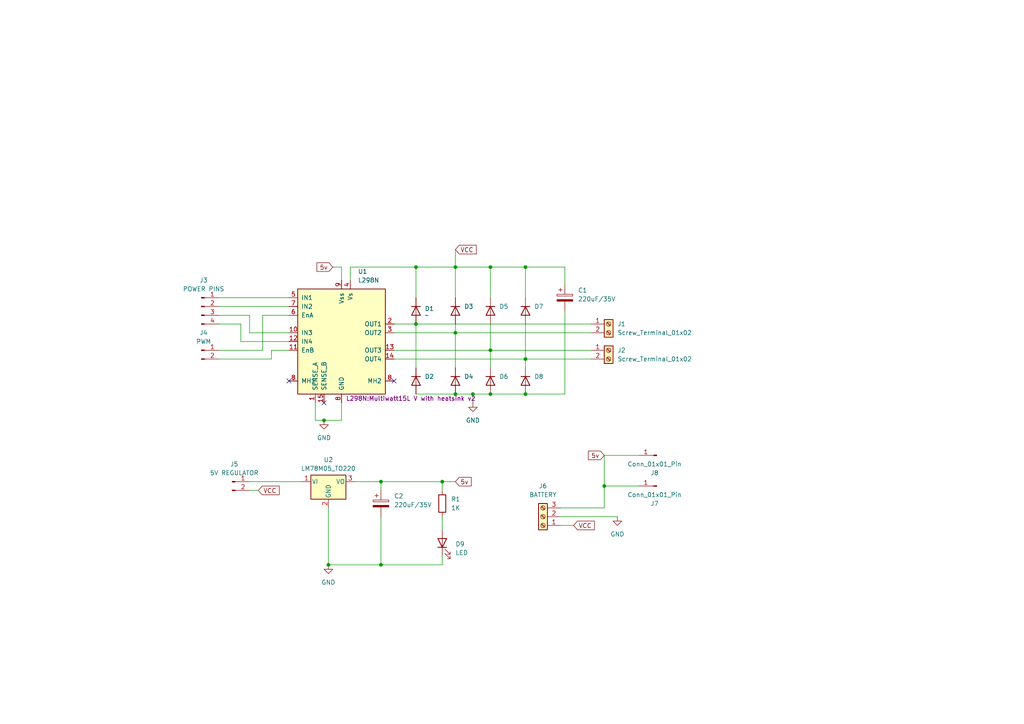
<source format=kicad_sch>
(kicad_sch
	(version 20250114)
	(generator "eeschema")
	(generator_version "9.0")
	(uuid "ba476bc4-efae-4243-b177-fb91ae146f4c")
	(paper "A4")
	(lib_symbols
		(symbol "Connector:Conn_01x01_Pin"
			(pin_names
				(offset 1.016)
				(hide yes)
			)
			(exclude_from_sim no)
			(in_bom yes)
			(on_board yes)
			(property "Reference" "J"
				(at 0 2.54 0)
				(effects
					(font
						(size 1.27 1.27)
					)
				)
			)
			(property "Value" "Conn_01x01_Pin"
				(at 0 -2.54 0)
				(effects
					(font
						(size 1.27 1.27)
					)
				)
			)
			(property "Footprint" ""
				(at 0 0 0)
				(effects
					(font
						(size 1.27 1.27)
					)
					(hide yes)
				)
			)
			(property "Datasheet" "~"
				(at 0 0 0)
				(effects
					(font
						(size 1.27 1.27)
					)
					(hide yes)
				)
			)
			(property "Description" "Generic connector, single row, 01x01, script generated"
				(at 0 0 0)
				(effects
					(font
						(size 1.27 1.27)
					)
					(hide yes)
				)
			)
			(property "ki_locked" ""
				(at 0 0 0)
				(effects
					(font
						(size 1.27 1.27)
					)
				)
			)
			(property "ki_keywords" "connector"
				(at 0 0 0)
				(effects
					(font
						(size 1.27 1.27)
					)
					(hide yes)
				)
			)
			(property "ki_fp_filters" "Connector*:*_1x??_*"
				(at 0 0 0)
				(effects
					(font
						(size 1.27 1.27)
					)
					(hide yes)
				)
			)
			(symbol "Conn_01x01_Pin_1_1"
				(rectangle
					(start 0.8636 0.127)
					(end 0 -0.127)
					(stroke
						(width 0.1524)
						(type default)
					)
					(fill
						(type outline)
					)
				)
				(polyline
					(pts
						(xy 1.27 0) (xy 0.8636 0)
					)
					(stroke
						(width 0.1524)
						(type default)
					)
					(fill
						(type none)
					)
				)
				(pin passive line
					(at 5.08 0 180)
					(length 3.81)
					(name "Pin_1"
						(effects
							(font
								(size 1.27 1.27)
							)
						)
					)
					(number "1"
						(effects
							(font
								(size 1.27 1.27)
							)
						)
					)
				)
			)
			(embedded_fonts no)
		)
		(symbol "Connector:Conn_01x02_Pin"
			(pin_names
				(offset 1.016)
				(hide yes)
			)
			(exclude_from_sim no)
			(in_bom yes)
			(on_board yes)
			(property "Reference" "J"
				(at 0 2.54 0)
				(effects
					(font
						(size 1.27 1.27)
					)
				)
			)
			(property "Value" "Conn_01x02_Pin"
				(at 0 -5.08 0)
				(effects
					(font
						(size 1.27 1.27)
					)
				)
			)
			(property "Footprint" ""
				(at 0 0 0)
				(effects
					(font
						(size 1.27 1.27)
					)
					(hide yes)
				)
			)
			(property "Datasheet" "~"
				(at 0 0 0)
				(effects
					(font
						(size 1.27 1.27)
					)
					(hide yes)
				)
			)
			(property "Description" "Generic connector, single row, 01x02, script generated"
				(at 0 0 0)
				(effects
					(font
						(size 1.27 1.27)
					)
					(hide yes)
				)
			)
			(property "ki_locked" ""
				(at 0 0 0)
				(effects
					(font
						(size 1.27 1.27)
					)
				)
			)
			(property "ki_keywords" "connector"
				(at 0 0 0)
				(effects
					(font
						(size 1.27 1.27)
					)
					(hide yes)
				)
			)
			(property "ki_fp_filters" "Connector*:*_1x??_*"
				(at 0 0 0)
				(effects
					(font
						(size 1.27 1.27)
					)
					(hide yes)
				)
			)
			(symbol "Conn_01x02_Pin_1_1"
				(rectangle
					(start 0.8636 0.127)
					(end 0 -0.127)
					(stroke
						(width 0.1524)
						(type default)
					)
					(fill
						(type outline)
					)
				)
				(rectangle
					(start 0.8636 -2.413)
					(end 0 -2.667)
					(stroke
						(width 0.1524)
						(type default)
					)
					(fill
						(type outline)
					)
				)
				(polyline
					(pts
						(xy 1.27 0) (xy 0.8636 0)
					)
					(stroke
						(width 0.1524)
						(type default)
					)
					(fill
						(type none)
					)
				)
				(polyline
					(pts
						(xy 1.27 -2.54) (xy 0.8636 -2.54)
					)
					(stroke
						(width 0.1524)
						(type default)
					)
					(fill
						(type none)
					)
				)
				(pin passive line
					(at 5.08 0 180)
					(length 3.81)
					(name "Pin_1"
						(effects
							(font
								(size 1.27 1.27)
							)
						)
					)
					(number "1"
						(effects
							(font
								(size 1.27 1.27)
							)
						)
					)
				)
				(pin passive line
					(at 5.08 -2.54 180)
					(length 3.81)
					(name "Pin_2"
						(effects
							(font
								(size 1.27 1.27)
							)
						)
					)
					(number "2"
						(effects
							(font
								(size 1.27 1.27)
							)
						)
					)
				)
			)
			(embedded_fonts no)
		)
		(symbol "Connector:Conn_01x04_Pin"
			(pin_names
				(offset 1.016)
				(hide yes)
			)
			(exclude_from_sim no)
			(in_bom yes)
			(on_board yes)
			(property "Reference" "J"
				(at 0 5.08 0)
				(effects
					(font
						(size 1.27 1.27)
					)
				)
			)
			(property "Value" "Conn_01x04_Pin"
				(at 0 -7.62 0)
				(effects
					(font
						(size 1.27 1.27)
					)
				)
			)
			(property "Footprint" ""
				(at 0 0 0)
				(effects
					(font
						(size 1.27 1.27)
					)
					(hide yes)
				)
			)
			(property "Datasheet" "~"
				(at 0 0 0)
				(effects
					(font
						(size 1.27 1.27)
					)
					(hide yes)
				)
			)
			(property "Description" "Generic connector, single row, 01x04, script generated"
				(at 0 0 0)
				(effects
					(font
						(size 1.27 1.27)
					)
					(hide yes)
				)
			)
			(property "ki_locked" ""
				(at 0 0 0)
				(effects
					(font
						(size 1.27 1.27)
					)
				)
			)
			(property "ki_keywords" "connector"
				(at 0 0 0)
				(effects
					(font
						(size 1.27 1.27)
					)
					(hide yes)
				)
			)
			(property "ki_fp_filters" "Connector*:*_1x??_*"
				(at 0 0 0)
				(effects
					(font
						(size 1.27 1.27)
					)
					(hide yes)
				)
			)
			(symbol "Conn_01x04_Pin_1_1"
				(rectangle
					(start 0.8636 2.667)
					(end 0 2.413)
					(stroke
						(width 0.1524)
						(type default)
					)
					(fill
						(type outline)
					)
				)
				(rectangle
					(start 0.8636 0.127)
					(end 0 -0.127)
					(stroke
						(width 0.1524)
						(type default)
					)
					(fill
						(type outline)
					)
				)
				(rectangle
					(start 0.8636 -2.413)
					(end 0 -2.667)
					(stroke
						(width 0.1524)
						(type default)
					)
					(fill
						(type outline)
					)
				)
				(rectangle
					(start 0.8636 -4.953)
					(end 0 -5.207)
					(stroke
						(width 0.1524)
						(type default)
					)
					(fill
						(type outline)
					)
				)
				(polyline
					(pts
						(xy 1.27 2.54) (xy 0.8636 2.54)
					)
					(stroke
						(width 0.1524)
						(type default)
					)
					(fill
						(type none)
					)
				)
				(polyline
					(pts
						(xy 1.27 0) (xy 0.8636 0)
					)
					(stroke
						(width 0.1524)
						(type default)
					)
					(fill
						(type none)
					)
				)
				(polyline
					(pts
						(xy 1.27 -2.54) (xy 0.8636 -2.54)
					)
					(stroke
						(width 0.1524)
						(type default)
					)
					(fill
						(type none)
					)
				)
				(polyline
					(pts
						(xy 1.27 -5.08) (xy 0.8636 -5.08)
					)
					(stroke
						(width 0.1524)
						(type default)
					)
					(fill
						(type none)
					)
				)
				(pin passive line
					(at 5.08 2.54 180)
					(length 3.81)
					(name "Pin_1"
						(effects
							(font
								(size 1.27 1.27)
							)
						)
					)
					(number "1"
						(effects
							(font
								(size 1.27 1.27)
							)
						)
					)
				)
				(pin passive line
					(at 5.08 0 180)
					(length 3.81)
					(name "Pin_2"
						(effects
							(font
								(size 1.27 1.27)
							)
						)
					)
					(number "2"
						(effects
							(font
								(size 1.27 1.27)
							)
						)
					)
				)
				(pin passive line
					(at 5.08 -2.54 180)
					(length 3.81)
					(name "Pin_3"
						(effects
							(font
								(size 1.27 1.27)
							)
						)
					)
					(number "3"
						(effects
							(font
								(size 1.27 1.27)
							)
						)
					)
				)
				(pin passive line
					(at 5.08 -5.08 180)
					(length 3.81)
					(name "Pin_4"
						(effects
							(font
								(size 1.27 1.27)
							)
						)
					)
					(number "4"
						(effects
							(font
								(size 1.27 1.27)
							)
						)
					)
				)
			)
			(embedded_fonts no)
		)
		(symbol "Connector:Screw_Terminal_01x02"
			(pin_names
				(offset 1.016)
				(hide yes)
			)
			(exclude_from_sim no)
			(in_bom yes)
			(on_board yes)
			(property "Reference" "J"
				(at 0 2.54 0)
				(effects
					(font
						(size 1.27 1.27)
					)
				)
			)
			(property "Value" "Screw_Terminal_01x02"
				(at 0 -5.08 0)
				(effects
					(font
						(size 1.27 1.27)
					)
				)
			)
			(property "Footprint" ""
				(at 0 0 0)
				(effects
					(font
						(size 1.27 1.27)
					)
					(hide yes)
				)
			)
			(property "Datasheet" "~"
				(at 0 0 0)
				(effects
					(font
						(size 1.27 1.27)
					)
					(hide yes)
				)
			)
			(property "Description" "Generic screw terminal, single row, 01x02, script generated (kicad-library-utils/schlib/autogen/connector/)"
				(at 0 0 0)
				(effects
					(font
						(size 1.27 1.27)
					)
					(hide yes)
				)
			)
			(property "ki_keywords" "screw terminal"
				(at 0 0 0)
				(effects
					(font
						(size 1.27 1.27)
					)
					(hide yes)
				)
			)
			(property "ki_fp_filters" "TerminalBlock*:*"
				(at 0 0 0)
				(effects
					(font
						(size 1.27 1.27)
					)
					(hide yes)
				)
			)
			(symbol "Screw_Terminal_01x02_1_1"
				(rectangle
					(start -1.27 1.27)
					(end 1.27 -3.81)
					(stroke
						(width 0.254)
						(type default)
					)
					(fill
						(type background)
					)
				)
				(polyline
					(pts
						(xy -0.5334 0.3302) (xy 0.3302 -0.508)
					)
					(stroke
						(width 0.1524)
						(type default)
					)
					(fill
						(type none)
					)
				)
				(polyline
					(pts
						(xy -0.5334 -2.2098) (xy 0.3302 -3.048)
					)
					(stroke
						(width 0.1524)
						(type default)
					)
					(fill
						(type none)
					)
				)
				(polyline
					(pts
						(xy -0.3556 0.508) (xy 0.508 -0.3302)
					)
					(stroke
						(width 0.1524)
						(type default)
					)
					(fill
						(type none)
					)
				)
				(polyline
					(pts
						(xy -0.3556 -2.032) (xy 0.508 -2.8702)
					)
					(stroke
						(width 0.1524)
						(type default)
					)
					(fill
						(type none)
					)
				)
				(circle
					(center 0 0)
					(radius 0.635)
					(stroke
						(width 0.1524)
						(type default)
					)
					(fill
						(type none)
					)
				)
				(circle
					(center 0 -2.54)
					(radius 0.635)
					(stroke
						(width 0.1524)
						(type default)
					)
					(fill
						(type none)
					)
				)
				(pin passive line
					(at -5.08 0 0)
					(length 3.81)
					(name "Pin_1"
						(effects
							(font
								(size 1.27 1.27)
							)
						)
					)
					(number "1"
						(effects
							(font
								(size 1.27 1.27)
							)
						)
					)
				)
				(pin passive line
					(at -5.08 -2.54 0)
					(length 3.81)
					(name "Pin_2"
						(effects
							(font
								(size 1.27 1.27)
							)
						)
					)
					(number "2"
						(effects
							(font
								(size 1.27 1.27)
							)
						)
					)
				)
			)
			(embedded_fonts no)
		)
		(symbol "Connector:Screw_Terminal_01x03"
			(pin_names
				(offset 1.016)
				(hide yes)
			)
			(exclude_from_sim no)
			(in_bom yes)
			(on_board yes)
			(property "Reference" "J"
				(at 0 5.08 0)
				(effects
					(font
						(size 1.27 1.27)
					)
				)
			)
			(property "Value" "Screw_Terminal_01x03"
				(at 0 -5.08 0)
				(effects
					(font
						(size 1.27 1.27)
					)
				)
			)
			(property "Footprint" ""
				(at 0 0 0)
				(effects
					(font
						(size 1.27 1.27)
					)
					(hide yes)
				)
			)
			(property "Datasheet" "~"
				(at 0 0 0)
				(effects
					(font
						(size 1.27 1.27)
					)
					(hide yes)
				)
			)
			(property "Description" "Generic screw terminal, single row, 01x03, script generated (kicad-library-utils/schlib/autogen/connector/)"
				(at 0 0 0)
				(effects
					(font
						(size 1.27 1.27)
					)
					(hide yes)
				)
			)
			(property "ki_keywords" "screw terminal"
				(at 0 0 0)
				(effects
					(font
						(size 1.27 1.27)
					)
					(hide yes)
				)
			)
			(property "ki_fp_filters" "TerminalBlock*:*"
				(at 0 0 0)
				(effects
					(font
						(size 1.27 1.27)
					)
					(hide yes)
				)
			)
			(symbol "Screw_Terminal_01x03_1_1"
				(rectangle
					(start -1.27 3.81)
					(end 1.27 -3.81)
					(stroke
						(width 0.254)
						(type default)
					)
					(fill
						(type background)
					)
				)
				(polyline
					(pts
						(xy -0.5334 2.8702) (xy 0.3302 2.032)
					)
					(stroke
						(width 0.1524)
						(type default)
					)
					(fill
						(type none)
					)
				)
				(polyline
					(pts
						(xy -0.5334 0.3302) (xy 0.3302 -0.508)
					)
					(stroke
						(width 0.1524)
						(type default)
					)
					(fill
						(type none)
					)
				)
				(polyline
					(pts
						(xy -0.5334 -2.2098) (xy 0.3302 -3.048)
					)
					(stroke
						(width 0.1524)
						(type default)
					)
					(fill
						(type none)
					)
				)
				(polyline
					(pts
						(xy -0.3556 3.048) (xy 0.508 2.2098)
					)
					(stroke
						(width 0.1524)
						(type default)
					)
					(fill
						(type none)
					)
				)
				(polyline
					(pts
						(xy -0.3556 0.508) (xy 0.508 -0.3302)
					)
					(stroke
						(width 0.1524)
						(type default)
					)
					(fill
						(type none)
					)
				)
				(polyline
					(pts
						(xy -0.3556 -2.032) (xy 0.508 -2.8702)
					)
					(stroke
						(width 0.1524)
						(type default)
					)
					(fill
						(type none)
					)
				)
				(circle
					(center 0 2.54)
					(radius 0.635)
					(stroke
						(width 0.1524)
						(type default)
					)
					(fill
						(type none)
					)
				)
				(circle
					(center 0 0)
					(radius 0.635)
					(stroke
						(width 0.1524)
						(type default)
					)
					(fill
						(type none)
					)
				)
				(circle
					(center 0 -2.54)
					(radius 0.635)
					(stroke
						(width 0.1524)
						(type default)
					)
					(fill
						(type none)
					)
				)
				(pin passive line
					(at -5.08 2.54 0)
					(length 3.81)
					(name "Pin_1"
						(effects
							(font
								(size 1.27 1.27)
							)
						)
					)
					(number "1"
						(effects
							(font
								(size 1.27 1.27)
							)
						)
					)
				)
				(pin passive line
					(at -5.08 0 0)
					(length 3.81)
					(name "Pin_2"
						(effects
							(font
								(size 1.27 1.27)
							)
						)
					)
					(number "2"
						(effects
							(font
								(size 1.27 1.27)
							)
						)
					)
				)
				(pin passive line
					(at -5.08 -2.54 0)
					(length 3.81)
					(name "Pin_3"
						(effects
							(font
								(size 1.27 1.27)
							)
						)
					)
					(number "3"
						(effects
							(font
								(size 1.27 1.27)
							)
						)
					)
				)
			)
			(embedded_fonts no)
		)
		(symbol "Device:C_Polarized"
			(pin_numbers
				(hide yes)
			)
			(pin_names
				(offset 0.254)
			)
			(exclude_from_sim no)
			(in_bom yes)
			(on_board yes)
			(property "Reference" "C"
				(at 0.635 2.54 0)
				(effects
					(font
						(size 1.27 1.27)
					)
					(justify left)
				)
			)
			(property "Value" "C_Polarized"
				(at 0.635 -2.54 0)
				(effects
					(font
						(size 1.27 1.27)
					)
					(justify left)
				)
			)
			(property "Footprint" ""
				(at 0.9652 -3.81 0)
				(effects
					(font
						(size 1.27 1.27)
					)
					(hide yes)
				)
			)
			(property "Datasheet" "~"
				(at 0 0 0)
				(effects
					(font
						(size 1.27 1.27)
					)
					(hide yes)
				)
			)
			(property "Description" "Polarized capacitor"
				(at 0 0 0)
				(effects
					(font
						(size 1.27 1.27)
					)
					(hide yes)
				)
			)
			(property "ki_keywords" "cap capacitor"
				(at 0 0 0)
				(effects
					(font
						(size 1.27 1.27)
					)
					(hide yes)
				)
			)
			(property "ki_fp_filters" "CP_*"
				(at 0 0 0)
				(effects
					(font
						(size 1.27 1.27)
					)
					(hide yes)
				)
			)
			(symbol "C_Polarized_0_1"
				(rectangle
					(start -2.286 0.508)
					(end 2.286 1.016)
					(stroke
						(width 0)
						(type default)
					)
					(fill
						(type none)
					)
				)
				(polyline
					(pts
						(xy -1.778 2.286) (xy -0.762 2.286)
					)
					(stroke
						(width 0)
						(type default)
					)
					(fill
						(type none)
					)
				)
				(polyline
					(pts
						(xy -1.27 2.794) (xy -1.27 1.778)
					)
					(stroke
						(width 0)
						(type default)
					)
					(fill
						(type none)
					)
				)
				(rectangle
					(start 2.286 -0.508)
					(end -2.286 -1.016)
					(stroke
						(width 0)
						(type default)
					)
					(fill
						(type outline)
					)
				)
			)
			(symbol "C_Polarized_1_1"
				(pin passive line
					(at 0 3.81 270)
					(length 2.794)
					(name "~"
						(effects
							(font
								(size 1.27 1.27)
							)
						)
					)
					(number "1"
						(effects
							(font
								(size 1.27 1.27)
							)
						)
					)
				)
				(pin passive line
					(at 0 -3.81 90)
					(length 2.794)
					(name "~"
						(effects
							(font
								(size 1.27 1.27)
							)
						)
					)
					(number "2"
						(effects
							(font
								(size 1.27 1.27)
							)
						)
					)
				)
			)
			(embedded_fonts no)
		)
		(symbol "Device:LED"
			(pin_numbers
				(hide yes)
			)
			(pin_names
				(offset 1.016)
				(hide yes)
			)
			(exclude_from_sim no)
			(in_bom yes)
			(on_board yes)
			(property "Reference" "D"
				(at 0 2.54 0)
				(effects
					(font
						(size 1.27 1.27)
					)
				)
			)
			(property "Value" "LED"
				(at 0 -2.54 0)
				(effects
					(font
						(size 1.27 1.27)
					)
				)
			)
			(property "Footprint" ""
				(at 0 0 0)
				(effects
					(font
						(size 1.27 1.27)
					)
					(hide yes)
				)
			)
			(property "Datasheet" "~"
				(at 0 0 0)
				(effects
					(font
						(size 1.27 1.27)
					)
					(hide yes)
				)
			)
			(property "Description" "Light emitting diode"
				(at 0 0 0)
				(effects
					(font
						(size 1.27 1.27)
					)
					(hide yes)
				)
			)
			(property "Sim.Pins" "1=K 2=A"
				(at 0 0 0)
				(effects
					(font
						(size 1.27 1.27)
					)
					(hide yes)
				)
			)
			(property "ki_keywords" "LED diode"
				(at 0 0 0)
				(effects
					(font
						(size 1.27 1.27)
					)
					(hide yes)
				)
			)
			(property "ki_fp_filters" "LED* LED_SMD:* LED_THT:*"
				(at 0 0 0)
				(effects
					(font
						(size 1.27 1.27)
					)
					(hide yes)
				)
			)
			(symbol "LED_0_1"
				(polyline
					(pts
						(xy -3.048 -0.762) (xy -4.572 -2.286) (xy -3.81 -2.286) (xy -4.572 -2.286) (xy -4.572 -1.524)
					)
					(stroke
						(width 0)
						(type default)
					)
					(fill
						(type none)
					)
				)
				(polyline
					(pts
						(xy -1.778 -0.762) (xy -3.302 -2.286) (xy -2.54 -2.286) (xy -3.302 -2.286) (xy -3.302 -1.524)
					)
					(stroke
						(width 0)
						(type default)
					)
					(fill
						(type none)
					)
				)
				(polyline
					(pts
						(xy -1.27 0) (xy 1.27 0)
					)
					(stroke
						(width 0)
						(type default)
					)
					(fill
						(type none)
					)
				)
				(polyline
					(pts
						(xy -1.27 -1.27) (xy -1.27 1.27)
					)
					(stroke
						(width 0.254)
						(type default)
					)
					(fill
						(type none)
					)
				)
				(polyline
					(pts
						(xy 1.27 -1.27) (xy 1.27 1.27) (xy -1.27 0) (xy 1.27 -1.27)
					)
					(stroke
						(width 0.254)
						(type default)
					)
					(fill
						(type none)
					)
				)
			)
			(symbol "LED_1_1"
				(pin passive line
					(at -3.81 0 0)
					(length 2.54)
					(name "K"
						(effects
							(font
								(size 1.27 1.27)
							)
						)
					)
					(number "1"
						(effects
							(font
								(size 1.27 1.27)
							)
						)
					)
				)
				(pin passive line
					(at 3.81 0 180)
					(length 2.54)
					(name "A"
						(effects
							(font
								(size 1.27 1.27)
							)
						)
					)
					(number "2"
						(effects
							(font
								(size 1.27 1.27)
							)
						)
					)
				)
			)
			(embedded_fonts no)
		)
		(symbol "Device:R"
			(pin_numbers
				(hide yes)
			)
			(pin_names
				(offset 0)
			)
			(exclude_from_sim no)
			(in_bom yes)
			(on_board yes)
			(property "Reference" "R"
				(at 2.032 0 90)
				(effects
					(font
						(size 1.27 1.27)
					)
				)
			)
			(property "Value" "R"
				(at 0 0 90)
				(effects
					(font
						(size 1.27 1.27)
					)
				)
			)
			(property "Footprint" ""
				(at -1.778 0 90)
				(effects
					(font
						(size 1.27 1.27)
					)
					(hide yes)
				)
			)
			(property "Datasheet" "~"
				(at 0 0 0)
				(effects
					(font
						(size 1.27 1.27)
					)
					(hide yes)
				)
			)
			(property "Description" "Resistor"
				(at 0 0 0)
				(effects
					(font
						(size 1.27 1.27)
					)
					(hide yes)
				)
			)
			(property "ki_keywords" "R res resistor"
				(at 0 0 0)
				(effects
					(font
						(size 1.27 1.27)
					)
					(hide yes)
				)
			)
			(property "ki_fp_filters" "R_*"
				(at 0 0 0)
				(effects
					(font
						(size 1.27 1.27)
					)
					(hide yes)
				)
			)
			(symbol "R_0_1"
				(rectangle
					(start -1.016 -2.54)
					(end 1.016 2.54)
					(stroke
						(width 0.254)
						(type default)
					)
					(fill
						(type none)
					)
				)
			)
			(symbol "R_1_1"
				(pin passive line
					(at 0 3.81 270)
					(length 1.27)
					(name "~"
						(effects
							(font
								(size 1.27 1.27)
							)
						)
					)
					(number "1"
						(effects
							(font
								(size 1.27 1.27)
							)
						)
					)
				)
				(pin passive line
					(at 0 -3.81 90)
					(length 1.27)
					(name "~"
						(effects
							(font
								(size 1.27 1.27)
							)
						)
					)
					(number "2"
						(effects
							(font
								(size 1.27 1.27)
							)
						)
					)
				)
			)
			(embedded_fonts no)
		)
		(symbol "Diode:1N4148WT"
			(pin_numbers
				(hide yes)
			)
			(pin_names
				(hide yes)
			)
			(exclude_from_sim no)
			(in_bom yes)
			(on_board yes)
			(property "Reference" "D"
				(at 0 2.54 0)
				(effects
					(font
						(size 1.27 1.27)
					)
				)
			)
			(property "Value" "1N4148WT"
				(at 0 -2.54 0)
				(effects
					(font
						(size 1.27 1.27)
					)
				)
			)
			(property "Footprint" "Diode_SMD:D_SOD-523"
				(at 0 -4.445 0)
				(effects
					(font
						(size 1.27 1.27)
					)
					(hide yes)
				)
			)
			(property "Datasheet" "https://www.diodes.com/assets/Datasheets/ds30396.pdf"
				(at 0 0 0)
				(effects
					(font
						(size 1.27 1.27)
					)
					(hide yes)
				)
			)
			(property "Description" "75V 0.15A Fast switching Diode, SOD-523"
				(at 0 0 0)
				(effects
					(font
						(size 1.27 1.27)
					)
					(hide yes)
				)
			)
			(property "Sim.Device" "D"
				(at 0 0 0)
				(effects
					(font
						(size 1.27 1.27)
					)
					(hide yes)
				)
			)
			(property "Sim.Pins" "1=K 2=A"
				(at 0 0 0)
				(effects
					(font
						(size 1.27 1.27)
					)
					(hide yes)
				)
			)
			(property "ki_keywords" "diode"
				(at 0 0 0)
				(effects
					(font
						(size 1.27 1.27)
					)
					(hide yes)
				)
			)
			(property "ki_fp_filters" "D*SOD?523*"
				(at 0 0 0)
				(effects
					(font
						(size 1.27 1.27)
					)
					(hide yes)
				)
			)
			(symbol "1N4148WT_0_1"
				(polyline
					(pts
						(xy -1.27 1.27) (xy -1.27 -1.27)
					)
					(stroke
						(width 0.254)
						(type default)
					)
					(fill
						(type none)
					)
				)
				(polyline
					(pts
						(xy 1.27 1.27) (xy 1.27 -1.27) (xy -1.27 0) (xy 1.27 1.27)
					)
					(stroke
						(width 0.254)
						(type default)
					)
					(fill
						(type none)
					)
				)
				(polyline
					(pts
						(xy 1.27 0) (xy -1.27 0)
					)
					(stroke
						(width 0)
						(type default)
					)
					(fill
						(type none)
					)
				)
			)
			(symbol "1N4148WT_1_1"
				(pin passive line
					(at -3.81 0 0)
					(length 2.54)
					(name "K"
						(effects
							(font
								(size 1.27 1.27)
							)
						)
					)
					(number "1"
						(effects
							(font
								(size 1.27 1.27)
							)
						)
					)
				)
				(pin passive line
					(at 3.81 0 180)
					(length 2.54)
					(name "A"
						(effects
							(font
								(size 1.27 1.27)
							)
						)
					)
					(number "2"
						(effects
							(font
								(size 1.27 1.27)
							)
						)
					)
				)
			)
			(embedded_fonts no)
		)
		(symbol "Driver_Motor:L298N"
			(pin_names
				(offset 1.016)
			)
			(exclude_from_sim no)
			(in_bom yes)
			(on_board yes)
			(property "Reference" "U5"
				(at 4.7341 20.32 0)
				(effects
					(font
						(size 1.27 1.27)
					)
					(justify left)
				)
			)
			(property "Value" "L298N"
				(at 4.7341 17.78 0)
				(effects
					(font
						(size 1.27 1.27)
					)
					(justify left)
				)
			)
			(property "Footprint" "HEATSINK:Multiwatt15L V with heatsink v2 (1)"
				(at 1.27 -16.51 0)
				(effects
					(font
						(size 1.27 1.27)
					)
					(justify left)
					(hide yes)
				)
			)
			(property "Datasheet" "http://www.st.com/st-web-ui/static/active/en/resource/technical/document/datasheet/CD00000240.pdf"
				(at 3.81 6.35 0)
				(effects
					(font
						(size 1.27 1.27)
					)
					(hide yes)
				)
			)
			(property "Description" "Dual full bridge motor driver, up to 46V, 4A, Multiwatt15-V"
				(at 0 0 0)
				(effects
					(font
						(size 1.27 1.27)
					)
					(hide yes)
				)
			)
			(property "ki_keywords" "H-bridge motor driver"
				(at 0 0 0)
				(effects
					(font
						(size 1.27 1.27)
					)
					(hide yes)
				)
			)
			(property "ki_fp_filters" "TO?220*StaggerOdd*Vertical*"
				(at 0 0 0)
				(effects
					(font
						(size 1.27 1.27)
					)
					(hide yes)
				)
			)
			(symbol "L298N_0_1"
				(rectangle
					(start -12.7 15.24)
					(end 12.7 -15.24)
					(stroke
						(width 0.254)
						(type default)
					)
					(fill
						(type background)
					)
				)
			)
			(symbol "L298N_1_1"
				(pin input line
					(at -15.24 12.7 0)
					(length 2.54)
					(name "IN1"
						(effects
							(font
								(size 1.27 1.27)
							)
						)
					)
					(number "5"
						(effects
							(font
								(size 1.27 1.27)
							)
						)
					)
				)
				(pin input line
					(at -15.24 10.16 0)
					(length 2.54)
					(name "IN2"
						(effects
							(font
								(size 1.27 1.27)
							)
						)
					)
					(number "7"
						(effects
							(font
								(size 1.27 1.27)
							)
						)
					)
				)
				(pin input line
					(at -15.24 7.62 0)
					(length 2.54)
					(name "EnA"
						(effects
							(font
								(size 1.27 1.27)
							)
						)
					)
					(number "6"
						(effects
							(font
								(size 1.27 1.27)
							)
						)
					)
				)
				(pin input line
					(at -15.24 2.54 0)
					(length 2.54)
					(name "IN3"
						(effects
							(font
								(size 1.27 1.27)
							)
						)
					)
					(number "10"
						(effects
							(font
								(size 1.27 1.27)
							)
						)
					)
				)
				(pin input line
					(at -15.24 0 0)
					(length 2.54)
					(name "IN4"
						(effects
							(font
								(size 1.27 1.27)
							)
						)
					)
					(number "12"
						(effects
							(font
								(size 1.27 1.27)
							)
						)
					)
				)
				(pin input line
					(at -15.24 -2.54 0)
					(length 2.54)
					(name "EnB"
						(effects
							(font
								(size 1.27 1.27)
							)
						)
					)
					(number "11"
						(effects
							(font
								(size 1.27 1.27)
							)
						)
					)
				)
				(pin power_in line
					(at -15.24 -11.43 0)
					(length 2.54)
					(name "MH1"
						(effects
							(font
								(size 1.27 1.27)
							)
						)
					)
					(number "8"
						(effects
							(font
								(size 1.27 1.27)
							)
						)
					)
				)
				(pin power_in line
					(at -7.62 -17.78 90)
					(length 2.54)
					(name "SENSE_A"
						(effects
							(font
								(size 1.27 1.27)
							)
						)
					)
					(number "1"
						(effects
							(font
								(size 1.27 1.27)
							)
						)
					)
				)
				(pin power_in line
					(at -5.08 -17.78 90)
					(length 2.54)
					(name "SENSE_B"
						(effects
							(font
								(size 1.27 1.27)
							)
						)
					)
					(number "15"
						(effects
							(font
								(size 1.27 1.27)
							)
						)
					)
				)
				(pin power_in line
					(at 0 17.78 270)
					(length 2.54)
					(name "Vss"
						(effects
							(font
								(size 1.27 1.27)
							)
						)
					)
					(number "9"
						(effects
							(font
								(size 1.27 1.27)
							)
						)
					)
				)
				(pin power_in line
					(at 0 -17.78 90)
					(length 2.54)
					(name "GND"
						(effects
							(font
								(size 1.27 1.27)
							)
						)
					)
					(number "8"
						(effects
							(font
								(size 1.27 1.27)
							)
						)
					)
				)
				(pin power_in line
					(at 2.54 17.78 270)
					(length 2.54)
					(name "Vs"
						(effects
							(font
								(size 1.27 1.27)
							)
						)
					)
					(number "4"
						(effects
							(font
								(size 1.27 1.27)
							)
						)
					)
				)
				(pin output line
					(at 15.24 5.08 180)
					(length 2.54)
					(name "OUT1"
						(effects
							(font
								(size 1.27 1.27)
							)
						)
					)
					(number "2"
						(effects
							(font
								(size 1.27 1.27)
							)
						)
					)
				)
				(pin output line
					(at 15.24 2.54 180)
					(length 2.54)
					(name "OUT2"
						(effects
							(font
								(size 1.27 1.27)
							)
						)
					)
					(number "3"
						(effects
							(font
								(size 1.27 1.27)
							)
						)
					)
				)
				(pin output line
					(at 15.24 -2.54 180)
					(length 2.54)
					(name "OUT3"
						(effects
							(font
								(size 1.27 1.27)
							)
						)
					)
					(number "13"
						(effects
							(font
								(size 1.27 1.27)
							)
						)
					)
				)
				(pin output line
					(at 15.24 -5.08 180)
					(length 2.54)
					(name "OUT4"
						(effects
							(font
								(size 1.27 1.27)
							)
						)
					)
					(number "14"
						(effects
							(font
								(size 1.27 1.27)
							)
						)
					)
				)
				(pin power_in line
					(at 15.24 -11.43 180)
					(length 2.54)
					(name "MH2"
						(effects
							(font
								(size 1.27 1.27)
							)
						)
					)
					(number "8"
						(effects
							(font
								(size 1.27 1.27)
							)
						)
					)
				)
			)
			(embedded_fonts no)
		)
		(symbol "Regulator_Linear:LM78M05_TO220"
			(pin_names
				(offset 0.254)
			)
			(exclude_from_sim no)
			(in_bom yes)
			(on_board yes)
			(property "Reference" "U"
				(at -3.81 3.175 0)
				(effects
					(font
						(size 1.27 1.27)
					)
				)
			)
			(property "Value" "LM78M05_TO220"
				(at 0 3.175 0)
				(effects
					(font
						(size 1.27 1.27)
					)
					(justify left)
				)
			)
			(property "Footprint" "Package_TO_SOT_THT:TO-220-3_Vertical"
				(at 0 5.715 0)
				(effects
					(font
						(size 1.27 1.27)
						(italic yes)
					)
					(hide yes)
				)
			)
			(property "Datasheet" "https://www.onsemi.com/pub/Collateral/MC78M00-D.PDF"
				(at 0 -1.27 0)
				(effects
					(font
						(size 1.27 1.27)
					)
					(hide yes)
				)
			)
			(property "Description" "Positive 500mA 35V Linear Regulator, Fixed Output 5V, TO-220"
				(at 0 0 0)
				(effects
					(font
						(size 1.27 1.27)
					)
					(hide yes)
				)
			)
			(property "ki_keywords" "Voltage Regulator 500mA Positive"
				(at 0 0 0)
				(effects
					(font
						(size 1.27 1.27)
					)
					(hide yes)
				)
			)
			(property "ki_fp_filters" "TO?220*"
				(at 0 0 0)
				(effects
					(font
						(size 1.27 1.27)
					)
					(hide yes)
				)
			)
			(symbol "LM78M05_TO220_0_1"
				(rectangle
					(start -5.08 1.905)
					(end 5.08 -5.08)
					(stroke
						(width 0.254)
						(type default)
					)
					(fill
						(type background)
					)
				)
			)
			(symbol "LM78M05_TO220_1_1"
				(pin power_in line
					(at -7.62 0 0)
					(length 2.54)
					(name "VI"
						(effects
							(font
								(size 1.27 1.27)
							)
						)
					)
					(number "1"
						(effects
							(font
								(size 1.27 1.27)
							)
						)
					)
				)
				(pin power_in line
					(at 0 -7.62 90)
					(length 2.54)
					(name "GND"
						(effects
							(font
								(size 1.27 1.27)
							)
						)
					)
					(number "2"
						(effects
							(font
								(size 1.27 1.27)
							)
						)
					)
				)
				(pin power_out line
					(at 7.62 0 180)
					(length 2.54)
					(name "VO"
						(effects
							(font
								(size 1.27 1.27)
							)
						)
					)
					(number "3"
						(effects
							(font
								(size 1.27 1.27)
							)
						)
					)
				)
			)
			(embedded_fonts no)
		)
		(symbol "power:GND"
			(power)
			(pin_numbers
				(hide yes)
			)
			(pin_names
				(offset 0)
				(hide yes)
			)
			(exclude_from_sim no)
			(in_bom yes)
			(on_board yes)
			(property "Reference" "#PWR"
				(at 0 -6.35 0)
				(effects
					(font
						(size 1.27 1.27)
					)
					(hide yes)
				)
			)
			(property "Value" "GND"
				(at 0 -3.81 0)
				(effects
					(font
						(size 1.27 1.27)
					)
				)
			)
			(property "Footprint" ""
				(at 0 0 0)
				(effects
					(font
						(size 1.27 1.27)
					)
					(hide yes)
				)
			)
			(property "Datasheet" ""
				(at 0 0 0)
				(effects
					(font
						(size 1.27 1.27)
					)
					(hide yes)
				)
			)
			(property "Description" "Power symbol creates a global label with name \"GND\" , ground"
				(at 0 0 0)
				(effects
					(font
						(size 1.27 1.27)
					)
					(hide yes)
				)
			)
			(property "ki_keywords" "global power"
				(at 0 0 0)
				(effects
					(font
						(size 1.27 1.27)
					)
					(hide yes)
				)
			)
			(symbol "GND_0_1"
				(polyline
					(pts
						(xy 0 0) (xy 0 -1.27) (xy 1.27 -1.27) (xy 0 -2.54) (xy -1.27 -1.27) (xy 0 -1.27)
					)
					(stroke
						(width 0)
						(type default)
					)
					(fill
						(type none)
					)
				)
			)
			(symbol "GND_1_1"
				(pin power_in line
					(at 0 0 270)
					(length 0)
					(name "~"
						(effects
							(font
								(size 1.27 1.27)
							)
						)
					)
					(number "1"
						(effects
							(font
								(size 1.27 1.27)
							)
						)
					)
				)
			)
			(embedded_fonts no)
		)
	)
	(junction
		(at 110.49 139.7)
		(diameter 0)
		(color 0 0 0 0)
		(uuid "0a1ede69-a015-45d0-94cc-527ca4f5b741")
	)
	(junction
		(at 95.25 163.83)
		(diameter 0)
		(color 0 0 0 0)
		(uuid "1c6276f2-34f7-4287-ab54-dcda59cd300a")
	)
	(junction
		(at 137.16 114.3)
		(diameter 0)
		(color 0 0 0 0)
		(uuid "2bca3306-2f59-45a2-a1cf-2a293727f3d9")
	)
	(junction
		(at 152.4 114.3)
		(diameter 0)
		(color 0 0 0 0)
		(uuid "3a38120a-a529-46ef-b9e3-a66dda1ef026")
	)
	(junction
		(at 142.24 114.3)
		(diameter 0)
		(color 0 0 0 0)
		(uuid "3fb30bcc-e79a-47fd-af05-b826e7cd11a3")
	)
	(junction
		(at 152.4 77.47)
		(diameter 0)
		(color 0 0 0 0)
		(uuid "4a218103-1434-4486-8348-d61ec1338f56")
	)
	(junction
		(at 142.24 77.47)
		(diameter 0)
		(color 0 0 0 0)
		(uuid "5d2ac847-68f7-42f4-bd50-d73015336e3c")
	)
	(junction
		(at 142.24 101.6)
		(diameter 0)
		(color 0 0 0 0)
		(uuid "63a75996-4bd7-4d1c-a20e-6a67dd9551d9")
	)
	(junction
		(at 132.08 114.3)
		(diameter 0)
		(color 0 0 0 0)
		(uuid "6c5e8da8-70a4-4ae2-a665-015ad5105d86")
	)
	(junction
		(at 152.4 104.14)
		(diameter 0)
		(color 0 0 0 0)
		(uuid "80358c87-82c7-41a4-b21c-398835c900e1")
	)
	(junction
		(at 93.98 121.92)
		(diameter 0)
		(color 0 0 0 0)
		(uuid "80dbf5aa-9c1e-40f7-adfe-605a65613486")
	)
	(junction
		(at 132.08 77.47)
		(diameter 0)
		(color 0 0 0 0)
		(uuid "8d772609-c7d5-4c32-b263-17cd175eb263")
	)
	(junction
		(at 128.27 139.7)
		(diameter 0)
		(color 0 0 0 0)
		(uuid "9495a352-878f-434b-8281-6c236e1a7b10")
	)
	(junction
		(at 132.08 96.52)
		(diameter 0)
		(color 0 0 0 0)
		(uuid "980e6eed-c537-45df-95c3-8b39f66a6a29")
	)
	(junction
		(at 120.65 93.98)
		(diameter 0)
		(color 0 0 0 0)
		(uuid "b1602b09-92ac-4e31-a087-0a24d91ff09a")
	)
	(junction
		(at 110.49 163.83)
		(diameter 0)
		(color 0 0 0 0)
		(uuid "ea5af096-8852-409a-b2f2-ddf6e991e46b")
	)
	(junction
		(at 120.65 77.47)
		(diameter 0)
		(color 0 0 0 0)
		(uuid "f7352705-d853-4b41-82a1-eb39a60fb0e6")
	)
	(junction
		(at 175.26 140.97)
		(diameter 0)
		(color 0 0 0 0)
		(uuid "f9eba9b6-6ed5-48c3-a51c-709849d04e59")
	)
	(no_connect
		(at 83.82 110.49)
		(uuid "59aa0b61-8ac1-4eab-b5a7-c6bd63baf9df")
	)
	(no_connect
		(at 93.98 116.84)
		(uuid "7fcb9239-51c4-449d-b984-823b175a0a3e")
	)
	(no_connect
		(at 114.3 110.49)
		(uuid "f1ef8e86-2c03-4359-b369-a571b9e12a71")
	)
	(wire
		(pts
			(xy 96.52 77.47) (xy 99.06 77.47)
		)
		(stroke
			(width 0)
			(type default)
		)
		(uuid "00d7ee7b-9077-471d-8f0b-ce20cc47985f")
	)
	(wire
		(pts
			(xy 175.26 132.08) (xy 185.42 132.08)
		)
		(stroke
			(width 0)
			(type default)
		)
		(uuid "02f9c1d4-e8ec-4344-aae8-3ac7fa89f336")
	)
	(wire
		(pts
			(xy 76.2 101.6) (xy 63.5 101.6)
		)
		(stroke
			(width 0)
			(type default)
		)
		(uuid "063d3282-cd67-4009-8d8a-70eaf94d9f76")
	)
	(wire
		(pts
			(xy 114.3 101.6) (xy 142.24 101.6)
		)
		(stroke
			(width 0)
			(type default)
		)
		(uuid "09124ddf-860f-40ec-b2e3-f5eca5490568")
	)
	(wire
		(pts
			(xy 132.08 77.47) (xy 132.08 86.36)
		)
		(stroke
			(width 0)
			(type default)
		)
		(uuid "0ffa5996-33e6-4a78-9431-8d39f6a92dbd")
	)
	(wire
		(pts
			(xy 69.85 93.98) (xy 63.5 93.98)
		)
		(stroke
			(width 0)
			(type default)
		)
		(uuid "12ab7761-aba4-4af5-bb3b-ffb489797ba9")
	)
	(wire
		(pts
			(xy 152.4 104.14) (xy 152.4 106.68)
		)
		(stroke
			(width 0)
			(type default)
		)
		(uuid "17809f22-b440-4b8d-aff7-0e2c4bd666a0")
	)
	(wire
		(pts
			(xy 78.74 101.6) (xy 83.82 101.6)
		)
		(stroke
			(width 0)
			(type default)
		)
		(uuid "19cb8551-44dd-4769-8d9e-c8bf75d28949")
	)
	(wire
		(pts
			(xy 132.08 114.3) (xy 137.16 114.3)
		)
		(stroke
			(width 0)
			(type default)
		)
		(uuid "1c1fd5e0-aaea-4fec-9d76-f1c578317d46")
	)
	(wire
		(pts
			(xy 142.24 77.47) (xy 152.4 77.47)
		)
		(stroke
			(width 0)
			(type default)
		)
		(uuid "21210716-9e18-4b83-b562-8f3edfe61f62")
	)
	(wire
		(pts
			(xy 99.06 77.47) (xy 99.06 81.28)
		)
		(stroke
			(width 0)
			(type default)
		)
		(uuid "21c6a2a3-b320-4d6f-836e-27940c8353d1")
	)
	(wire
		(pts
			(xy 120.65 114.3) (xy 132.08 114.3)
		)
		(stroke
			(width 0)
			(type default)
		)
		(uuid "22fb6df0-a865-41a1-b83d-a2424879fe8e")
	)
	(wire
		(pts
			(xy 72.39 91.44) (xy 63.5 91.44)
		)
		(stroke
			(width 0)
			(type default)
		)
		(uuid "36dd5ef7-4c26-4f5b-87fa-547390423eaa")
	)
	(wire
		(pts
			(xy 101.6 77.47) (xy 101.6 81.28)
		)
		(stroke
			(width 0)
			(type default)
		)
		(uuid "374b2c10-b2d4-437e-9866-6fb807fb2b03")
	)
	(wire
		(pts
			(xy 110.49 139.7) (xy 128.27 139.7)
		)
		(stroke
			(width 0)
			(type default)
		)
		(uuid "380802c3-f700-4285-ad58-02141be43a43")
	)
	(wire
		(pts
			(xy 114.3 96.52) (xy 132.08 96.52)
		)
		(stroke
			(width 0)
			(type default)
		)
		(uuid "403469c0-bcd0-4886-95c6-3aa5c2973e80")
	)
	(wire
		(pts
			(xy 175.26 140.97) (xy 175.26 132.08)
		)
		(stroke
			(width 0)
			(type default)
		)
		(uuid "41ab9796-fdb4-49f9-8912-8f9bdfe96fd2")
	)
	(wire
		(pts
			(xy 69.85 99.06) (xy 83.82 99.06)
		)
		(stroke
			(width 0)
			(type default)
		)
		(uuid "486bfee1-84b8-4eca-8be8-f9dbe2908408")
	)
	(wire
		(pts
			(xy 95.25 163.83) (xy 110.49 163.83)
		)
		(stroke
			(width 0)
			(type default)
		)
		(uuid "48c5748f-9283-4a40-b0b1-f60aa03bc0e5")
	)
	(wire
		(pts
			(xy 76.2 91.44) (xy 83.82 91.44)
		)
		(stroke
			(width 0)
			(type default)
		)
		(uuid "4d359745-f904-404a-b1c2-10a4250dec44")
	)
	(wire
		(pts
			(xy 102.87 139.7) (xy 110.49 139.7)
		)
		(stroke
			(width 0)
			(type default)
		)
		(uuid "506fb520-1d82-4c07-a4d8-5fe00093662b")
	)
	(wire
		(pts
			(xy 72.39 139.7) (xy 87.63 139.7)
		)
		(stroke
			(width 0)
			(type default)
		)
		(uuid "532cb86d-ff1b-4499-ba67-f9ba5b7fa33c")
	)
	(wire
		(pts
			(xy 162.56 147.32) (xy 175.26 147.32)
		)
		(stroke
			(width 0)
			(type default)
		)
		(uuid "55e40bd7-aeba-4758-9970-8ca5d586a24a")
	)
	(wire
		(pts
			(xy 128.27 153.67) (xy 128.27 149.86)
		)
		(stroke
			(width 0)
			(type default)
		)
		(uuid "5b524050-dcd6-4bf0-8ee4-189b1d00200b")
	)
	(wire
		(pts
			(xy 142.24 93.98) (xy 142.24 101.6)
		)
		(stroke
			(width 0)
			(type default)
		)
		(uuid "5bc63471-8482-46f4-86ad-8d6d2daefef3")
	)
	(wire
		(pts
			(xy 120.65 77.47) (xy 132.08 77.47)
		)
		(stroke
			(width 0)
			(type default)
		)
		(uuid "5d4161a2-2e25-4b15-aea9-a8a275d57604")
	)
	(wire
		(pts
			(xy 114.3 104.14) (xy 152.4 104.14)
		)
		(stroke
			(width 0)
			(type default)
		)
		(uuid "63868525-f3b3-4783-8ba5-6527e0d49c3c")
	)
	(wire
		(pts
			(xy 63.5 88.9) (xy 83.82 88.9)
		)
		(stroke
			(width 0)
			(type default)
		)
		(uuid "63b917c8-1737-4301-a273-957e7c3bd4f4")
	)
	(wire
		(pts
			(xy 110.49 163.83) (xy 128.27 163.83)
		)
		(stroke
			(width 0)
			(type default)
		)
		(uuid "6b25c325-6f6f-467f-b1c5-ea9a7b23cd7d")
	)
	(wire
		(pts
			(xy 163.83 114.3) (xy 152.4 114.3)
		)
		(stroke
			(width 0)
			(type default)
		)
		(uuid "6d1eb81e-b350-4074-a299-e0d6f8f0c022")
	)
	(wire
		(pts
			(xy 163.83 77.47) (xy 163.83 82.55)
		)
		(stroke
			(width 0)
			(type default)
		)
		(uuid "75d0f3ed-3c6b-4138-830a-b3a6c7e97e07")
	)
	(wire
		(pts
			(xy 132.08 77.47) (xy 142.24 77.47)
		)
		(stroke
			(width 0)
			(type default)
		)
		(uuid "7a8bc1a0-c124-47ea-a197-5d4b00355bb6")
	)
	(wire
		(pts
			(xy 95.25 147.32) (xy 95.25 163.83)
		)
		(stroke
			(width 0)
			(type default)
		)
		(uuid "7f6a388b-d39e-4cd3-8dd6-510a38e4b7e0")
	)
	(wire
		(pts
			(xy 152.4 77.47) (xy 152.4 86.36)
		)
		(stroke
			(width 0)
			(type default)
		)
		(uuid "80e601e2-f712-4fe3-a47b-15f819fe6873")
	)
	(wire
		(pts
			(xy 163.83 90.17) (xy 163.83 114.3)
		)
		(stroke
			(width 0)
			(type default)
		)
		(uuid "81641217-3bbf-4ab6-906f-f30b626e3413")
	)
	(wire
		(pts
			(xy 132.08 72.39) (xy 132.08 77.47)
		)
		(stroke
			(width 0)
			(type default)
		)
		(uuid "83a63ba8-8d13-4cb1-813b-0f7b7204521e")
	)
	(wire
		(pts
			(xy 91.44 116.84) (xy 91.44 121.92)
		)
		(stroke
			(width 0)
			(type default)
		)
		(uuid "8a852e58-5af3-4c89-9534-9d995d31d4de")
	)
	(wire
		(pts
			(xy 120.65 77.47) (xy 120.65 86.36)
		)
		(stroke
			(width 0)
			(type default)
		)
		(uuid "8dcba98a-2c8a-45ba-ac88-121ab17fc0da")
	)
	(wire
		(pts
			(xy 99.06 121.92) (xy 93.98 121.92)
		)
		(stroke
			(width 0)
			(type default)
		)
		(uuid "97c5e2e6-4f7f-45d6-b37e-c0a0993b847e")
	)
	(wire
		(pts
			(xy 72.39 96.52) (xy 72.39 91.44)
		)
		(stroke
			(width 0)
			(type default)
		)
		(uuid "9a197c0c-8ab7-443a-9ad3-3dfea1e3cd84")
	)
	(wire
		(pts
			(xy 132.08 93.98) (xy 132.08 96.52)
		)
		(stroke
			(width 0)
			(type default)
		)
		(uuid "a13a4be5-15a7-4465-96dd-3c4f9567eca2")
	)
	(wire
		(pts
			(xy 132.08 96.52) (xy 171.45 96.52)
		)
		(stroke
			(width 0)
			(type default)
		)
		(uuid "a64791e0-1d77-40cf-afd9-5c4ee53db1f0")
	)
	(wire
		(pts
			(xy 76.2 91.44) (xy 76.2 101.6)
		)
		(stroke
			(width 0)
			(type default)
		)
		(uuid "a6b9757a-d8f8-4e20-b6b5-b1715e5b08c8")
	)
	(wire
		(pts
			(xy 128.27 139.7) (xy 128.27 142.24)
		)
		(stroke
			(width 0)
			(type default)
		)
		(uuid "a996c5ff-9caa-434e-a143-8a57723939df")
	)
	(wire
		(pts
			(xy 166.37 152.4) (xy 162.56 152.4)
		)
		(stroke
			(width 0)
			(type default)
		)
		(uuid "aae46964-727f-414b-bb93-35a9ce11efdd")
	)
	(wire
		(pts
			(xy 152.4 93.98) (xy 152.4 104.14)
		)
		(stroke
			(width 0)
			(type default)
		)
		(uuid "adb54035-16a5-41c8-9c61-4c4bb680223d")
	)
	(wire
		(pts
			(xy 72.39 96.52) (xy 83.82 96.52)
		)
		(stroke
			(width 0)
			(type default)
		)
		(uuid "b0f63935-bc49-4b4b-a7fe-24735d906e11")
	)
	(wire
		(pts
			(xy 142.24 101.6) (xy 142.24 106.68)
		)
		(stroke
			(width 0)
			(type default)
		)
		(uuid "b2a88b3d-7a29-4b81-b0b9-4428add7e528")
	)
	(wire
		(pts
			(xy 78.74 104.14) (xy 63.5 104.14)
		)
		(stroke
			(width 0)
			(type default)
		)
		(uuid "b3afcdef-5720-4e4a-b827-485c3581cf1e")
	)
	(wire
		(pts
			(xy 142.24 114.3) (xy 152.4 114.3)
		)
		(stroke
			(width 0)
			(type default)
		)
		(uuid "b64e2868-677a-4445-83ea-966e738e76f7")
	)
	(wire
		(pts
			(xy 110.49 149.86) (xy 110.49 163.83)
		)
		(stroke
			(width 0)
			(type default)
		)
		(uuid "b66cedda-d996-47fa-b9a8-284327468897")
	)
	(wire
		(pts
			(xy 63.5 86.36) (xy 83.82 86.36)
		)
		(stroke
			(width 0)
			(type default)
		)
		(uuid "b9b1ed01-961a-4150-b058-649cea9462c2")
	)
	(wire
		(pts
			(xy 152.4 104.14) (xy 171.45 104.14)
		)
		(stroke
			(width 0)
			(type default)
		)
		(uuid "c23d4d22-5a38-4c34-8aa1-030779cdfd1a")
	)
	(wire
		(pts
			(xy 132.08 96.52) (xy 132.08 106.68)
		)
		(stroke
			(width 0)
			(type default)
		)
		(uuid "c6156f99-ae5f-4f7f-8b14-6de6d6a431fe")
	)
	(wire
		(pts
			(xy 128.27 163.83) (xy 128.27 161.29)
		)
		(stroke
			(width 0)
			(type default)
		)
		(uuid "c72815f4-3897-4fbc-8527-e916c070c5d3")
	)
	(wire
		(pts
			(xy 152.4 77.47) (xy 163.83 77.47)
		)
		(stroke
			(width 0)
			(type default)
		)
		(uuid "c8a84bd9-e08a-4e1e-a4c7-18db94f13031")
	)
	(wire
		(pts
			(xy 110.49 139.7) (xy 110.49 142.24)
		)
		(stroke
			(width 0)
			(type default)
		)
		(uuid "ca4b93a8-0c22-4093-ba29-f2db9a5f6946")
	)
	(wire
		(pts
			(xy 120.65 93.98) (xy 120.65 106.68)
		)
		(stroke
			(width 0)
			(type default)
		)
		(uuid "cbe2bb81-3644-49b6-9409-c56b13ba846b")
	)
	(wire
		(pts
			(xy 74.93 142.24) (xy 72.39 142.24)
		)
		(stroke
			(width 0)
			(type default)
		)
		(uuid "cfa16ecb-35fc-48b2-8d52-87df8fe51d06")
	)
	(wire
		(pts
			(xy 120.65 93.98) (xy 171.45 93.98)
		)
		(stroke
			(width 0)
			(type default)
		)
		(uuid "d46048b5-eca0-4dac-99b1-0ae67d1f7a4a")
	)
	(wire
		(pts
			(xy 137.16 114.3) (xy 137.16 116.84)
		)
		(stroke
			(width 0)
			(type default)
		)
		(uuid "d4704b97-111c-4937-812f-b4d9a39c585f")
	)
	(wire
		(pts
			(xy 101.6 77.47) (xy 120.65 77.47)
		)
		(stroke
			(width 0)
			(type default)
		)
		(uuid "d79ae7e1-8baf-4100-aeeb-737543fa4851")
	)
	(wire
		(pts
			(xy 91.44 121.92) (xy 93.98 121.92)
		)
		(stroke
			(width 0)
			(type default)
		)
		(uuid "dbdef93c-b640-4c43-95de-1fad115e184f")
	)
	(wire
		(pts
			(xy 137.16 114.3) (xy 142.24 114.3)
		)
		(stroke
			(width 0)
			(type default)
		)
		(uuid "dc19f90d-a1f8-4413-aa75-72b10240ce76")
	)
	(wire
		(pts
			(xy 99.06 116.84) (xy 99.06 121.92)
		)
		(stroke
			(width 0)
			(type default)
		)
		(uuid "dca9220f-aa87-4e8c-8641-b129e415e51c")
	)
	(wire
		(pts
			(xy 142.24 77.47) (xy 142.24 86.36)
		)
		(stroke
			(width 0)
			(type default)
		)
		(uuid "ddd8531a-c1f6-41ca-8fa2-7cd84e202afe")
	)
	(wire
		(pts
			(xy 78.74 101.6) (xy 78.74 104.14)
		)
		(stroke
			(width 0)
			(type default)
		)
		(uuid "e94545ce-e181-47ea-a194-5401963f3294")
	)
	(wire
		(pts
			(xy 162.56 149.86) (xy 179.07 149.86)
		)
		(stroke
			(width 0)
			(type default)
		)
		(uuid "ea8243e2-883b-40f2-8861-76609028718a")
	)
	(wire
		(pts
			(xy 128.27 139.7) (xy 132.08 139.7)
		)
		(stroke
			(width 0)
			(type default)
		)
		(uuid "ec966964-8df7-4d85-9bbc-ea80f1a1521f")
	)
	(wire
		(pts
			(xy 114.3 93.98) (xy 120.65 93.98)
		)
		(stroke
			(width 0)
			(type default)
		)
		(uuid "f19396dc-0ebe-4571-b465-873e027d7181")
	)
	(wire
		(pts
			(xy 175.26 147.32) (xy 175.26 140.97)
		)
		(stroke
			(width 0)
			(type default)
		)
		(uuid "f522f5d9-fa3b-4d63-b7ac-fd7cc6a19b59")
	)
	(wire
		(pts
			(xy 175.26 140.97) (xy 185.42 140.97)
		)
		(stroke
			(width 0)
			(type default)
		)
		(uuid "f5552fa8-3483-4bbc-89a5-3508853c1acc")
	)
	(wire
		(pts
			(xy 69.85 99.06) (xy 69.85 93.98)
		)
		(stroke
			(width 0)
			(type default)
		)
		(uuid "fbe0136e-2219-4530-af53-94b2cfbfd7ed")
	)
	(wire
		(pts
			(xy 142.24 101.6) (xy 171.45 101.6)
		)
		(stroke
			(width 0)
			(type default)
		)
		(uuid "fc82c465-0dd7-4039-9c62-3c6aef3ddce0")
	)
	(global_label "5v"
		(shape input)
		(at 96.52 77.47 180)
		(fields_autoplaced yes)
		(effects
			(font
				(size 1.27 1.27)
			)
			(justify right)
		)
		(uuid "05d05a51-9e96-4a0b-ae40-8b7f0f8f1ee1")
		(property "Intersheetrefs" "${INTERSHEET_REFS}"
			(at 91.3577 77.47 0)
			(effects
				(font
					(size 1.27 1.27)
				)
				(justify right)
				(hide yes)
			)
		)
	)
	(global_label "VCC"
		(shape input)
		(at 166.37 152.4 0)
		(fields_autoplaced yes)
		(effects
			(font
				(size 1.27 1.27)
			)
			(justify left)
		)
		(uuid "4c465ff0-601d-4af7-8c4f-5bbcf52f3ed6")
		(property "Intersheetrefs" "${INTERSHEET_REFS}"
			(at 172.9838 152.4 0)
			(effects
				(font
					(size 1.27 1.27)
				)
				(justify left)
				(hide yes)
			)
		)
	)
	(global_label "5v"
		(shape input)
		(at 175.26 132.08 180)
		(fields_autoplaced yes)
		(effects
			(font
				(size 1.27 1.27)
			)
			(justify right)
		)
		(uuid "4d08223e-1500-4abe-8ec0-88d917fc7a47")
		(property "Intersheetrefs" "${INTERSHEET_REFS}"
			(at 170.0977 132.08 0)
			(effects
				(font
					(size 1.27 1.27)
				)
				(justify right)
				(hide yes)
			)
		)
	)
	(global_label "VCC"
		(shape input)
		(at 132.08 72.39 0)
		(fields_autoplaced yes)
		(effects
			(font
				(size 1.27 1.27)
			)
			(justify left)
		)
		(uuid "56d1bc70-7560-4456-8e79-5f69df16b36e")
		(property "Intersheetrefs" "${INTERSHEET_REFS}"
			(at 138.6938 72.39 0)
			(effects
				(font
					(size 1.27 1.27)
				)
				(justify left)
				(hide yes)
			)
		)
	)
	(global_label "VCC"
		(shape input)
		(at 74.93 142.24 0)
		(fields_autoplaced yes)
		(effects
			(font
				(size 1.27 1.27)
			)
			(justify left)
		)
		(uuid "ae84fa23-641a-4853-9432-81e5ba37c004")
		(property "Intersheetrefs" "${INTERSHEET_REFS}"
			(at 81.5438 142.24 0)
			(effects
				(font
					(size 1.27 1.27)
				)
				(justify left)
				(hide yes)
			)
		)
	)
	(global_label "5v"
		(shape input)
		(at 132.08 139.7 0)
		(fields_autoplaced yes)
		(effects
			(font
				(size 1.27 1.27)
			)
			(justify left)
		)
		(uuid "cbb56192-0054-4820-ad84-85074a1011d0")
		(property "Intersheetrefs" "${INTERSHEET_REFS}"
			(at 137.2423 139.7 0)
			(effects
				(font
					(size 1.27 1.27)
				)
				(justify left)
				(hide yes)
			)
		)
	)
	(symbol
		(lib_id "Diode:1N4148WT")
		(at 152.4 90.17 270)
		(unit 1)
		(exclude_from_sim no)
		(in_bom yes)
		(on_board yes)
		(dnp no)
		(fields_autoplaced yes)
		(uuid "26cabc56-bf75-47c9-9fe6-7a469455f037")
		(property "Reference" "D7"
			(at 154.94 88.8999 90)
			(effects
				(font
					(size 1.27 1.27)
				)
				(justify left)
			)
		)
		(property "Value" "."
			(at 154.94 91.4399 90)
			(effects
				(font
					(size 1.27 1.27)
				)
				(justify left)
				(hide yes)
			)
		)
		(property "Footprint" "Diode_THT:D_A-405_P7.62mm_Horizontal"
			(at 147.955 90.17 0)
			(effects
				(font
					(size 1.27 1.27)
				)
				(hide yes)
			)
		)
		(property "Datasheet" "https://www.diodes.com/assets/Datasheets/ds30396.pdf"
			(at 152.4 90.17 0)
			(effects
				(font
					(size 1.27 1.27)
				)
				(hide yes)
			)
		)
		(property "Description" "75V 0.15A Fast switching Diode, SOD-523"
			(at 152.4 90.17 0)
			(effects
				(font
					(size 1.27 1.27)
				)
				(hide yes)
			)
		)
		(property "Sim.Device" "D"
			(at 152.4 90.17 0)
			(effects
				(font
					(size 1.27 1.27)
				)
				(hide yes)
			)
		)
		(property "Sim.Pins" "1=K 2=A"
			(at 152.4 90.17 0)
			(effects
				(font
					(size 1.27 1.27)
				)
				(hide yes)
			)
		)
		(pin "1"
			(uuid "467eb596-181a-472e-b35d-6da2546e5936")
		)
		(pin "2"
			(uuid "19c68d8b-31ed-47c1-95ab-ae93a207b087")
		)
		(instances
			(project "Car_motor_v2"
				(path "/ba476bc4-efae-4243-b177-fb91ae146f4c"
					(reference "D7")
					(unit 1)
				)
			)
		)
	)
	(symbol
		(lib_id "Diode:1N4148WT")
		(at 142.24 110.49 270)
		(unit 1)
		(exclude_from_sim no)
		(in_bom yes)
		(on_board yes)
		(dnp no)
		(fields_autoplaced yes)
		(uuid "37a0c0f3-3f97-49fd-8ce4-1c28e3e614f6")
		(property "Reference" "D6"
			(at 144.78 109.2199 90)
			(effects
				(font
					(size 1.27 1.27)
				)
				(justify left)
			)
		)
		(property "Value" "."
			(at 144.78 111.7599 90)
			(effects
				(font
					(size 1.27 1.27)
				)
				(justify left)
				(hide yes)
			)
		)
		(property "Footprint" "Diode_THT:D_A-405_P7.62mm_Horizontal"
			(at 137.795 110.49 0)
			(effects
				(font
					(size 1.27 1.27)
				)
				(hide yes)
			)
		)
		(property "Datasheet" "https://www.diodes.com/assets/Datasheets/ds30396.pdf"
			(at 142.24 110.49 0)
			(effects
				(font
					(size 1.27 1.27)
				)
				(hide yes)
			)
		)
		(property "Description" "75V 0.15A Fast switching Diode, SOD-523"
			(at 142.24 110.49 0)
			(effects
				(font
					(size 1.27 1.27)
				)
				(hide yes)
			)
		)
		(property "Sim.Device" "D"
			(at 142.24 110.49 0)
			(effects
				(font
					(size 1.27 1.27)
				)
				(hide yes)
			)
		)
		(property "Sim.Pins" "1=K 2=A"
			(at 142.24 110.49 0)
			(effects
				(font
					(size 1.27 1.27)
				)
				(hide yes)
			)
		)
		(pin "1"
			(uuid "dc1fcdf6-85a4-47e0-bfaa-f92d7dfcbfd2")
		)
		(pin "2"
			(uuid "afbb101b-1533-464c-bfc4-8a4f89f9e3ff")
		)
		(instances
			(project "Car_motor_v2"
				(path "/ba476bc4-efae-4243-b177-fb91ae146f4c"
					(reference "D6")
					(unit 1)
				)
			)
		)
	)
	(symbol
		(lib_id "Connector:Conn_01x01_Pin")
		(at 190.5 132.08 180)
		(unit 1)
		(exclude_from_sim no)
		(in_bom yes)
		(on_board yes)
		(dnp no)
		(fields_autoplaced yes)
		(uuid "38d19498-d7e3-4566-aef1-8fd3c4870a39")
		(property "Reference" "J8"
			(at 189.865 137.16 0)
			(effects
				(font
					(size 1.27 1.27)
				)
			)
		)
		(property "Value" "Conn_01x01_Pin"
			(at 189.865 134.62 0)
			(effects
				(font
					(size 1.27 1.27)
				)
			)
		)
		(property "Footprint" "Connector_PinHeader_2.54mm:PinHeader_1x01_P2.54mm_Vertical"
			(at 190.5 132.08 0)
			(effects
				(font
					(size 1.27 1.27)
				)
				(hide yes)
			)
		)
		(property "Datasheet" "~"
			(at 190.5 132.08 0)
			(effects
				(font
					(size 1.27 1.27)
				)
				(hide yes)
			)
		)
		(property "Description" "Generic connector, single row, 01x01, script generated"
			(at 190.5 132.08 0)
			(effects
				(font
					(size 1.27 1.27)
				)
				(hide yes)
			)
		)
		(pin "1"
			(uuid "601bdedf-e76b-421b-9d79-7cc755e5f233")
		)
		(instances
			(project "Car_motor_v2"
				(path "/ba476bc4-efae-4243-b177-fb91ae146f4c"
					(reference "J8")
					(unit 1)
				)
			)
		)
	)
	(symbol
		(lib_id "Device:LED")
		(at 128.27 157.48 90)
		(unit 1)
		(exclude_from_sim no)
		(in_bom yes)
		(on_board yes)
		(dnp no)
		(fields_autoplaced yes)
		(uuid "418ef338-6217-4358-b0ec-97fe3ef999cd")
		(property "Reference" "D9"
			(at 132.08 157.7974 90)
			(effects
				(font
					(size 1.27 1.27)
				)
				(justify right)
			)
		)
		(property "Value" "LED"
			(at 132.08 160.3374 90)
			(effects
				(font
					(size 1.27 1.27)
				)
				(justify right)
			)
		)
		(property "Footprint" "LED_THT:LED_D3.0mm"
			(at 128.27 157.48 0)
			(effects
				(font
					(size 1.27 1.27)
				)
				(hide yes)
			)
		)
		(property "Datasheet" "~"
			(at 128.27 157.48 0)
			(effects
				(font
					(size 1.27 1.27)
				)
				(hide yes)
			)
		)
		(property "Description" "Light emitting diode"
			(at 128.27 157.48 0)
			(effects
				(font
					(size 1.27 1.27)
				)
				(hide yes)
			)
		)
		(property "Sim.Pins" "1=K 2=A"
			(at 128.27 157.48 0)
			(effects
				(font
					(size 1.27 1.27)
				)
				(hide yes)
			)
		)
		(pin "2"
			(uuid "d8bc051b-bfab-4f39-abc6-3661efd8310a")
		)
		(pin "1"
			(uuid "8d9c9d17-5d81-45e2-91a0-618bbddeb0d5")
		)
		(instances
			(project ""
				(path "/ba476bc4-efae-4243-b177-fb91ae146f4c"
					(reference "D9")
					(unit 1)
				)
			)
		)
	)
	(symbol
		(lib_id "Device:C_Polarized")
		(at 110.49 146.05 0)
		(unit 1)
		(exclude_from_sim no)
		(in_bom yes)
		(on_board yes)
		(dnp no)
		(fields_autoplaced yes)
		(uuid "5db7c19a-5fc4-4822-8aea-48a78bff7588")
		(property "Reference" "C2"
			(at 114.3 143.8909 0)
			(effects
				(font
					(size 1.27 1.27)
				)
				(justify left)
			)
		)
		(property "Value" "220uF/35V"
			(at 114.3 146.4309 0)
			(effects
				(font
					(size 1.27 1.27)
				)
				(justify left)
			)
		)
		(property "Footprint" "Capacitor_THT:C_Radial_D10.0mm_H20.0mm_P5.00mm"
			(at 111.4552 149.86 0)
			(effects
				(font
					(size 1.27 1.27)
				)
				(hide yes)
			)
		)
		(property "Datasheet" "~"
			(at 110.49 146.05 0)
			(effects
				(font
					(size 1.27 1.27)
				)
				(hide yes)
			)
		)
		(property "Description" "Polarized capacitor"
			(at 110.49 146.05 0)
			(effects
				(font
					(size 1.27 1.27)
				)
				(hide yes)
			)
		)
		(pin "2"
			(uuid "1744ef69-acc7-4268-885d-e042ca25cc88")
		)
		(pin "1"
			(uuid "2d95dd6d-082c-4b0b-95cc-eb7b0d6e533b")
		)
		(instances
			(project "Car_motor_v2"
				(path "/ba476bc4-efae-4243-b177-fb91ae146f4c"
					(reference "C2")
					(unit 1)
				)
			)
		)
	)
	(symbol
		(lib_id "Diode:1N4148WT")
		(at 120.65 110.49 270)
		(unit 1)
		(exclude_from_sim no)
		(in_bom yes)
		(on_board yes)
		(dnp no)
		(fields_autoplaced yes)
		(uuid "78c65da7-6fba-4084-a442-8418173d76f6")
		(property "Reference" "D2"
			(at 123.19 109.2199 90)
			(effects
				(font
					(size 1.27 1.27)
				)
				(justify left)
			)
		)
		(property "Value" "."
			(at 123.19 111.7599 90)
			(effects
				(font
					(size 1.27 1.27)
				)
				(justify left)
				(hide yes)
			)
		)
		(property "Footprint" "Diode_THT:D_A-405_P7.62mm_Horizontal"
			(at 116.205 110.49 0)
			(effects
				(font
					(size 1.27 1.27)
				)
				(hide yes)
			)
		)
		(property "Datasheet" "https://www.diodes.com/assets/Datasheets/ds30396.pdf"
			(at 120.65 110.49 0)
			(effects
				(font
					(size 1.27 1.27)
				)
				(hide yes)
			)
		)
		(property "Description" "75V 0.15A Fast switching Diode, SOD-523"
			(at 120.65 110.49 0)
			(effects
				(font
					(size 1.27 1.27)
				)
				(hide yes)
			)
		)
		(property "Sim.Device" "D"
			(at 120.65 110.49 0)
			(effects
				(font
					(size 1.27 1.27)
				)
				(hide yes)
			)
		)
		(property "Sim.Pins" "1=K 2=A"
			(at 120.65 110.49 0)
			(effects
				(font
					(size 1.27 1.27)
				)
				(hide yes)
			)
		)
		(pin "1"
			(uuid "27c4b169-1fd7-4f75-936f-f2ea71f67945")
		)
		(pin "2"
			(uuid "43d41298-5e44-4c42-ad48-3338fe8cfe60")
		)
		(instances
			(project "Car_motor_v2"
				(path "/ba476bc4-efae-4243-b177-fb91ae146f4c"
					(reference "D2")
					(unit 1)
				)
			)
		)
	)
	(symbol
		(lib_id "Connector:Conn_01x02_Pin")
		(at 58.42 101.6 0)
		(unit 1)
		(exclude_from_sim no)
		(in_bom yes)
		(on_board yes)
		(dnp no)
		(fields_autoplaced yes)
		(uuid "7bc2d41a-f630-4c0d-93dc-f5f10381a65a")
		(property "Reference" "J4"
			(at 59.055 96.52 0)
			(effects
				(font
					(size 1.27 1.27)
				)
			)
		)
		(property "Value" "PWM"
			(at 59.055 99.06 0)
			(effects
				(font
					(size 1.27 1.27)
				)
			)
		)
		(property "Footprint" "Connector_PinHeader_2.54mm:PinHeader_1x02_P2.54mm_Vertical"
			(at 58.42 101.6 0)
			(effects
				(font
					(size 1.27 1.27)
				)
				(hide yes)
			)
		)
		(property "Datasheet" "~"
			(at 58.42 101.6 0)
			(effects
				(font
					(size 1.27 1.27)
				)
				(hide yes)
			)
		)
		(property "Description" "Generic connector, single row, 01x02, script generated"
			(at 58.42 101.6 0)
			(effects
				(font
					(size 1.27 1.27)
				)
				(hide yes)
			)
		)
		(pin "2"
			(uuid "2a576343-1733-49f5-860a-07e6cb1a993f")
		)
		(pin "1"
			(uuid "c966cc88-d858-4488-8c02-d12af5adfaf7")
		)
		(instances
			(project ""
				(path "/ba476bc4-efae-4243-b177-fb91ae146f4c"
					(reference "J4")
					(unit 1)
				)
			)
		)
	)
	(symbol
		(lib_id "Connector:Conn_01x04_Pin")
		(at 58.42 88.9 0)
		(unit 1)
		(exclude_from_sim no)
		(in_bom yes)
		(on_board yes)
		(dnp no)
		(fields_autoplaced yes)
		(uuid "80611fce-04d8-49bb-b7ba-55eea6093cbf")
		(property "Reference" "J3"
			(at 59.055 81.28 0)
			(effects
				(font
					(size 1.27 1.27)
				)
			)
		)
		(property "Value" "POWER PINS"
			(at 59.055 83.82 0)
			(effects
				(font
					(size 1.27 1.27)
				)
			)
		)
		(property "Footprint" "Connector_PinHeader_2.54mm:PinHeader_1x04_P2.54mm_Vertical"
			(at 58.42 88.9 0)
			(effects
				(font
					(size 1.27 1.27)
				)
				(hide yes)
			)
		)
		(property "Datasheet" "~"
			(at 58.42 88.9 0)
			(effects
				(font
					(size 1.27 1.27)
				)
				(hide yes)
			)
		)
		(property "Description" "Generic connector, single row, 01x04, script generated"
			(at 58.42 88.9 0)
			(effects
				(font
					(size 1.27 1.27)
				)
				(hide yes)
			)
		)
		(pin "1"
			(uuid "6f171abe-ed27-45f8-87f3-8575be09c70f")
		)
		(pin "3"
			(uuid "594d37ef-9fc4-4519-98c3-24ba39735462")
		)
		(pin "2"
			(uuid "b2235688-7fe9-4baf-959a-7f67abfeee5f")
		)
		(pin "4"
			(uuid "7bd80eee-dcd0-4a5a-8b2a-fc362ad640e2")
		)
		(instances
			(project ""
				(path "/ba476bc4-efae-4243-b177-fb91ae146f4c"
					(reference "J3")
					(unit 1)
				)
			)
		)
	)
	(symbol
		(lib_id "Device:R")
		(at 128.27 146.05 0)
		(unit 1)
		(exclude_from_sim no)
		(in_bom yes)
		(on_board yes)
		(dnp no)
		(fields_autoplaced yes)
		(uuid "895fe1c6-a6bf-440f-bcc7-e6e0ad7ba338")
		(property "Reference" "R1"
			(at 130.81 144.7799 0)
			(effects
				(font
					(size 1.27 1.27)
				)
				(justify left)
			)
		)
		(property "Value" "1K"
			(at 130.81 147.3199 0)
			(effects
				(font
					(size 1.27 1.27)
				)
				(justify left)
			)
		)
		(property "Footprint" "Resistor_THT:R_Axial_DIN0204_L3.6mm_D1.6mm_P7.62mm_Horizontal"
			(at 126.492 146.05 90)
			(effects
				(font
					(size 1.27 1.27)
				)
				(hide yes)
			)
		)
		(property "Datasheet" "~"
			(at 128.27 146.05 0)
			(effects
				(font
					(size 1.27 1.27)
				)
				(hide yes)
			)
		)
		(property "Description" "Resistor"
			(at 128.27 146.05 0)
			(effects
				(font
					(size 1.27 1.27)
				)
				(hide yes)
			)
		)
		(pin "1"
			(uuid "0a8f2658-30dd-4032-a417-a8e20897aec9")
		)
		(pin "2"
			(uuid "b2c0b955-dad7-4a9a-af4a-b97b56e06aae")
		)
		(instances
			(project ""
				(path "/ba476bc4-efae-4243-b177-fb91ae146f4c"
					(reference "R1")
					(unit 1)
				)
			)
		)
	)
	(symbol
		(lib_id "power:GND")
		(at 95.25 163.83 0)
		(unit 1)
		(exclude_from_sim no)
		(in_bom yes)
		(on_board yes)
		(dnp no)
		(fields_autoplaced yes)
		(uuid "90ed4a61-0ea0-453b-bc0f-d5461122c624")
		(property "Reference" "#PWR03"
			(at 95.25 170.18 0)
			(effects
				(font
					(size 1.27 1.27)
				)
				(hide yes)
			)
		)
		(property "Value" "GND"
			(at 95.25 168.91 0)
			(effects
				(font
					(size 1.27 1.27)
				)
			)
		)
		(property "Footprint" ""
			(at 95.25 163.83 0)
			(effects
				(font
					(size 1.27 1.27)
				)
				(hide yes)
			)
		)
		(property "Datasheet" ""
			(at 95.25 163.83 0)
			(effects
				(font
					(size 1.27 1.27)
				)
				(hide yes)
			)
		)
		(property "Description" "Power symbol creates a global label with name \"GND\" , ground"
			(at 95.25 163.83 0)
			(effects
				(font
					(size 1.27 1.27)
				)
				(hide yes)
			)
		)
		(pin "1"
			(uuid "c3221669-3f23-4b4c-b424-b78893d65441")
		)
		(instances
			(project "Car_motor_v2"
				(path "/ba476bc4-efae-4243-b177-fb91ae146f4c"
					(reference "#PWR03")
					(unit 1)
				)
			)
		)
	)
	(symbol
		(lib_id "Connector:Screw_Terminal_01x02")
		(at 176.53 93.98 0)
		(unit 1)
		(exclude_from_sim no)
		(in_bom yes)
		(on_board yes)
		(dnp no)
		(fields_autoplaced yes)
		(uuid "9d54bfdf-39f1-464d-97c7-8f15b44eaf57")
		(property "Reference" "J1"
			(at 179.07 93.9799 0)
			(effects
				(font
					(size 1.27 1.27)
				)
				(justify left)
			)
		)
		(property "Value" "Screw_Terminal_01x02"
			(at 179.07 96.5199 0)
			(effects
				(font
					(size 1.27 1.27)
				)
				(justify left)
			)
		)
		(property "Footprint" "TerminalBlock_Phoenix:TerminalBlock_Phoenix_MKDS-1,5-2-5.08_1x02_P5.08mm_Horizontal"
			(at 176.53 93.98 0)
			(effects
				(font
					(size 1.27 1.27)
				)
				(hide yes)
			)
		)
		(property "Datasheet" "~"
			(at 176.53 93.98 0)
			(effects
				(font
					(size 1.27 1.27)
				)
				(hide yes)
			)
		)
		(property "Description" "Generic screw terminal, single row, 01x02, script generated (kicad-library-utils/schlib/autogen/connector/)"
			(at 176.53 93.98 0)
			(effects
				(font
					(size 1.27 1.27)
				)
				(hide yes)
			)
		)
		(pin "2"
			(uuid "afc6e62a-6fb2-4f97-bbac-fdc5ab28c453")
		)
		(pin "1"
			(uuid "35251f0a-3267-4c84-b694-4e25bc76c6aa")
		)
		(instances
			(project "Car_motor_v2"
				(path "/ba476bc4-efae-4243-b177-fb91ae146f4c"
					(reference "J1")
					(unit 1)
				)
			)
		)
	)
	(symbol
		(lib_id "power:GND")
		(at 93.98 121.92 0)
		(unit 1)
		(exclude_from_sim no)
		(in_bom yes)
		(on_board yes)
		(dnp no)
		(fields_autoplaced yes)
		(uuid "a139f28d-6adb-4ca3-83c7-70086f66bd76")
		(property "Reference" "#PWR02"
			(at 93.98 128.27 0)
			(effects
				(font
					(size 1.27 1.27)
				)
				(hide yes)
			)
		)
		(property "Value" "GND"
			(at 93.98 127 0)
			(effects
				(font
					(size 1.27 1.27)
				)
			)
		)
		(property "Footprint" ""
			(at 93.98 121.92 0)
			(effects
				(font
					(size 1.27 1.27)
				)
				(hide yes)
			)
		)
		(property "Datasheet" ""
			(at 93.98 121.92 0)
			(effects
				(font
					(size 1.27 1.27)
				)
				(hide yes)
			)
		)
		(property "Description" "Power symbol creates a global label with name \"GND\" , ground"
			(at 93.98 121.92 0)
			(effects
				(font
					(size 1.27 1.27)
				)
				(hide yes)
			)
		)
		(pin "1"
			(uuid "79daa7d8-ae0e-4271-8b72-fdfa74703128")
		)
		(instances
			(project "Car_motor_v2"
				(path "/ba476bc4-efae-4243-b177-fb91ae146f4c"
					(reference "#PWR02")
					(unit 1)
				)
			)
		)
	)
	(symbol
		(lib_id "Diode:1N4148WT")
		(at 132.08 90.17 270)
		(unit 1)
		(exclude_from_sim no)
		(in_bom yes)
		(on_board yes)
		(dnp no)
		(fields_autoplaced yes)
		(uuid "adef1a98-a460-4a3c-8c56-9711cc64006d")
		(property "Reference" "D3"
			(at 134.62 88.8999 90)
			(effects
				(font
					(size 1.27 1.27)
				)
				(justify left)
			)
		)
		(property "Value" "."
			(at 134.62 91.4399 90)
			(effects
				(font
					(size 1.27 1.27)
				)
				(justify left)
				(hide yes)
			)
		)
		(property "Footprint" "Diode_THT:D_A-405_P7.62mm_Horizontal"
			(at 127.635 90.17 0)
			(effects
				(font
					(size 1.27 1.27)
				)
				(hide yes)
			)
		)
		(property "Datasheet" "https://www.diodes.com/assets/Datasheets/ds30396.pdf"
			(at 132.08 90.17 0)
			(effects
				(font
					(size 1.27 1.27)
				)
				(hide yes)
			)
		)
		(property "Description" "75V 0.15A Fast switching Diode, SOD-523"
			(at 132.08 90.17 0)
			(effects
				(font
					(size 1.27 1.27)
				)
				(hide yes)
			)
		)
		(property "Sim.Device" "D"
			(at 132.08 90.17 0)
			(effects
				(font
					(size 1.27 1.27)
				)
				(hide yes)
			)
		)
		(property "Sim.Pins" "1=K 2=A"
			(at 132.08 90.17 0)
			(effects
				(font
					(size 1.27 1.27)
				)
				(hide yes)
			)
		)
		(pin "1"
			(uuid "a30a28ad-36e9-411b-a15b-9d1a90902748")
		)
		(pin "2"
			(uuid "23f36af6-b33c-4817-9be2-d0ad1c0f12da")
		)
		(instances
			(project "Car_motor_v2"
				(path "/ba476bc4-efae-4243-b177-fb91ae146f4c"
					(reference "D3")
					(unit 1)
				)
			)
		)
	)
	(symbol
		(lib_id "Regulator_Linear:LM78M05_TO220")
		(at 95.25 139.7 0)
		(unit 1)
		(exclude_from_sim no)
		(in_bom yes)
		(on_board yes)
		(dnp no)
		(fields_autoplaced yes)
		(uuid "ae9bf996-1165-42cc-b097-6a59db5caaf3")
		(property "Reference" "U2"
			(at 95.25 133.35 0)
			(effects
				(font
					(size 1.27 1.27)
				)
			)
		)
		(property "Value" "LM78M05_TO220"
			(at 95.25 135.89 0)
			(effects
				(font
					(size 1.27 1.27)
				)
			)
		)
		(property "Footprint" "Package_TO_SOT_THT:TO-220-3_Vertical"
			(at 95.25 133.985 0)
			(effects
				(font
					(size 1.27 1.27)
					(italic yes)
				)
				(hide yes)
			)
		)
		(property "Datasheet" "https://www.onsemi.com/pub/Collateral/MC78M00-D.PDF"
			(at 95.25 140.97 0)
			(effects
				(font
					(size 1.27 1.27)
				)
				(hide yes)
			)
		)
		(property "Description" "Positive 500mA 35V Linear Regulator, Fixed Output 5V, TO-220"
			(at 95.25 139.7 0)
			(effects
				(font
					(size 1.27 1.27)
				)
				(hide yes)
			)
		)
		(pin "2"
			(uuid "254b001b-57ac-49f2-815a-4ad132f67f25")
		)
		(pin "3"
			(uuid "2a24023b-e094-4800-918c-f41ab73453fc")
		)
		(pin "1"
			(uuid "e84adac1-cff3-46aa-97f8-4a796ea58750")
		)
		(instances
			(project ""
				(path "/ba476bc4-efae-4243-b177-fb91ae146f4c"
					(reference "U2")
					(unit 1)
				)
			)
		)
	)
	(symbol
		(lib_id "Connector:Screw_Terminal_01x03")
		(at 157.48 149.86 180)
		(unit 1)
		(exclude_from_sim no)
		(in_bom yes)
		(on_board yes)
		(dnp no)
		(fields_autoplaced yes)
		(uuid "b0c4caf4-e156-4a57-bcf0-fc6baec4d92a")
		(property "Reference" "J6"
			(at 157.48 140.97 0)
			(effects
				(font
					(size 1.27 1.27)
				)
			)
		)
		(property "Value" "BATTERY"
			(at 157.48 143.51 0)
			(effects
				(font
					(size 1.27 1.27)
				)
			)
		)
		(property "Footprint" "TerminalBlock_Phoenix:TerminalBlock_Phoenix_MKDS-1,5-3_1x03_P5.00mm_Horizontal"
			(at 157.48 149.86 0)
			(effects
				(font
					(size 1.27 1.27)
				)
				(hide yes)
			)
		)
		(property "Datasheet" "~"
			(at 157.48 149.86 0)
			(effects
				(font
					(size 1.27 1.27)
				)
				(hide yes)
			)
		)
		(property "Description" "Generic screw terminal, single row, 01x03, script generated (kicad-library-utils/schlib/autogen/connector/)"
			(at 157.48 149.86 0)
			(effects
				(font
					(size 1.27 1.27)
				)
				(hide yes)
			)
		)
		(pin "3"
			(uuid "483fbfd0-884c-47d5-b77d-e4eb83e26a53")
		)
		(pin "2"
			(uuid "2f7d3ed5-851f-4bb2-8004-4aac60e7ec96")
		)
		(pin "1"
			(uuid "85c04056-7ed1-496a-85cd-7a85dfb94438")
		)
		(instances
			(project ""
				(path "/ba476bc4-efae-4243-b177-fb91ae146f4c"
					(reference "J6")
					(unit 1)
				)
			)
		)
	)
	(symbol
		(lib_id "Connector:Conn_01x01_Pin")
		(at 190.5 140.97 180)
		(unit 1)
		(exclude_from_sim no)
		(in_bom yes)
		(on_board yes)
		(dnp no)
		(fields_autoplaced yes)
		(uuid "c4d07ad6-93b6-45c1-bd63-5060ab6316f3")
		(property "Reference" "J7"
			(at 189.865 146.05 0)
			(effects
				(font
					(size 1.27 1.27)
				)
			)
		)
		(property "Value" "Conn_01x01_Pin"
			(at 189.865 143.51 0)
			(effects
				(font
					(size 1.27 1.27)
				)
			)
		)
		(property "Footprint" "Connector_PinHeader_2.54mm:PinHeader_1x01_P2.54mm_Vertical"
			(at 190.5 140.97 0)
			(effects
				(font
					(size 1.27 1.27)
				)
				(hide yes)
			)
		)
		(property "Datasheet" "~"
			(at 190.5 140.97 0)
			(effects
				(font
					(size 1.27 1.27)
				)
				(hide yes)
			)
		)
		(property "Description" "Generic connector, single row, 01x01, script generated"
			(at 190.5 140.97 0)
			(effects
				(font
					(size 1.27 1.27)
				)
				(hide yes)
			)
		)
		(pin "1"
			(uuid "d290fc76-1c9f-48f3-893e-ea6f60b14a5d")
		)
		(instances
			(project ""
				(path "/ba476bc4-efae-4243-b177-fb91ae146f4c"
					(reference "J7")
					(unit 1)
				)
			)
		)
	)
	(symbol
		(lib_id "power:GND")
		(at 137.16 116.84 0)
		(unit 1)
		(exclude_from_sim no)
		(in_bom yes)
		(on_board yes)
		(dnp no)
		(fields_autoplaced yes)
		(uuid "c6cdfbbd-1e02-46cf-a5b7-d6ba192f1306")
		(property "Reference" "#PWR01"
			(at 137.16 123.19 0)
			(effects
				(font
					(size 1.27 1.27)
				)
				(hide yes)
			)
		)
		(property "Value" "GND"
			(at 137.16 121.92 0)
			(effects
				(font
					(size 1.27 1.27)
				)
			)
		)
		(property "Footprint" ""
			(at 137.16 116.84 0)
			(effects
				(font
					(size 1.27 1.27)
				)
				(hide yes)
			)
		)
		(property "Datasheet" ""
			(at 137.16 116.84 0)
			(effects
				(font
					(size 1.27 1.27)
				)
				(hide yes)
			)
		)
		(property "Description" "Power symbol creates a global label with name \"GND\" , ground"
			(at 137.16 116.84 0)
			(effects
				(font
					(size 1.27 1.27)
				)
				(hide yes)
			)
		)
		(pin "1"
			(uuid "a4ee137e-42b5-40c8-83d6-64bc5e98e9ca")
		)
		(instances
			(project "Car_motor_v2"
				(path "/ba476bc4-efae-4243-b177-fb91ae146f4c"
					(reference "#PWR01")
					(unit 1)
				)
			)
		)
	)
	(symbol
		(lib_id "Driver_Motor:L298N")
		(at 99.06 99.06 0)
		(unit 1)
		(exclude_from_sim no)
		(in_bom yes)
		(on_board yes)
		(dnp no)
		(uuid "c72d1645-a38b-4fc1-80bb-01a22596a5f9")
		(property "Reference" "U1"
			(at 103.7941 78.74 0)
			(effects
				(font
					(size 1.27 1.27)
				)
				(justify left)
			)
		)
		(property "Value" "L298N"
			(at 103.7941 81.28 0)
			(effects
				(font
					(size 1.27 1.27)
				)
				(justify left)
			)
		)
		(property "Footprint" "L298N:Multiwatt15L V with heatsink v2"
			(at 100.33 115.57 0)
			(effects
				(font
					(size 1.27 1.27)
				)
				(justify left)
			)
		)
		(property "Datasheet" "http://www.st.com/st-web-ui/static/active/en/resource/technical/document/datasheet/CD00000240.pdf"
			(at 102.87 92.71 0)
			(effects
				(font
					(size 1.27 1.27)
				)
				(hide yes)
			)
		)
		(property "Description" "Dual full bridge motor driver, up to 46V, 4A, Multiwatt15-V"
			(at 99.06 99.06 0)
			(effects
				(font
					(size 1.27 1.27)
				)
				(hide yes)
			)
		)
		(pin "5"
			(uuid "ad18d510-2d01-479c-8dd4-106a59c44e60")
		)
		(pin "12"
			(uuid "79985003-50d3-428d-a19a-0d91a633debf")
		)
		(pin "7"
			(uuid "0932acaa-b299-4ef6-b316-b83d660a8f99")
		)
		(pin "3"
			(uuid "aa9189dd-5b4f-4247-a391-110ebaa331d4")
		)
		(pin "8"
			(uuid "93484c58-c342-4f14-a133-100785af7d63")
		)
		(pin "1"
			(uuid "ff490957-e32a-4214-9a33-514f0171812d")
		)
		(pin "15"
			(uuid "9d8b241e-d22b-4886-9ff5-bd93c0cf708d")
		)
		(pin "11"
			(uuid "183c34aa-eb14-48a0-90e3-bea7dcf22a3a")
		)
		(pin "4"
			(uuid "3f8b3948-8e41-44d5-8514-db9983278099")
		)
		(pin "2"
			(uuid "0fbe397d-e3ad-480d-8701-c19b68b76cde")
		)
		(pin "10"
			(uuid "9a88289e-0495-4e17-a760-3254732f70dd")
		)
		(pin "13"
			(uuid "f4721b59-a291-495d-9c06-f16c70ac1f4d")
		)
		(pin "14"
			(uuid "89bcaf45-873a-4442-9763-fd9c3314a30c")
		)
		(pin "9"
			(uuid "0d854b19-b93c-495a-b8d1-dbdd5873980d")
		)
		(pin "6"
			(uuid "9d361734-8391-40fe-ba2c-1b3fbb958624")
		)
		(pin "8"
			(uuid "b082159f-842e-4db0-ae26-417936f1b965")
		)
		(pin "8"
			(uuid "3e349062-f23a-4858-ad9f-dc5e78e27c34")
		)
		(instances
			(project "Car_motor_v2"
				(path "/ba476bc4-efae-4243-b177-fb91ae146f4c"
					(reference "U1")
					(unit 1)
				)
			)
		)
	)
	(symbol
		(lib_id "Diode:1N4148WT")
		(at 120.65 90.17 270)
		(unit 1)
		(exclude_from_sim no)
		(in_bom yes)
		(on_board yes)
		(dnp no)
		(fields_autoplaced yes)
		(uuid "c85469e0-f7ab-4516-975b-1f947524c19c")
		(property "Reference" "D1"
			(at 123.19 89.5349 90)
			(effects
				(font
					(size 1.27 1.27)
				)
				(justify left)
			)
		)
		(property "Value" "~"
			(at 123.19 91.44 90)
			(effects
				(font
					(size 1.27 1.27)
				)
				(justify left)
			)
		)
		(property "Footprint" "Diode_THT:D_A-405_P7.62mm_Horizontal"
			(at 116.205 90.17 0)
			(effects
				(font
					(size 1.27 1.27)
				)
				(hide yes)
			)
		)
		(property "Datasheet" "https://www.diodes.com/assets/Datasheets/ds30396.pdf"
			(at 120.65 90.17 0)
			(effects
				(font
					(size 1.27 1.27)
				)
				(hide yes)
			)
		)
		(property "Description" "75V 0.15A Fast switching Diode, SOD-523"
			(at 120.65 90.17 0)
			(effects
				(font
					(size 1.27 1.27)
				)
				(hide yes)
			)
		)
		(property "Sim.Device" "D"
			(at 120.65 90.17 0)
			(effects
				(font
					(size 1.27 1.27)
				)
				(hide yes)
			)
		)
		(property "Sim.Pins" "1=K 2=A"
			(at 120.65 90.17 0)
			(effects
				(font
					(size 1.27 1.27)
				)
				(hide yes)
			)
		)
		(pin "2"
			(uuid "4ef5d259-201b-4d5b-96ac-c2d95f9ba19c")
		)
		(pin "1"
			(uuid "0ab0ef97-0ddb-4465-b144-548d0f17fe15")
		)
		(instances
			(project "Car_motor_v2"
				(path "/ba476bc4-efae-4243-b177-fb91ae146f4c"
					(reference "D1")
					(unit 1)
				)
			)
		)
	)
	(symbol
		(lib_id "Diode:1N4148WT")
		(at 142.24 90.17 270)
		(unit 1)
		(exclude_from_sim no)
		(in_bom yes)
		(on_board yes)
		(dnp no)
		(fields_autoplaced yes)
		(uuid "cd2ee0ac-1833-49d1-a5c4-c8074a5e29ca")
		(property "Reference" "D5"
			(at 144.78 88.8999 90)
			(effects
				(font
					(size 1.27 1.27)
				)
				(justify left)
			)
		)
		(property "Value" "."
			(at 144.78 91.4399 90)
			(effects
				(font
					(size 1.27 1.27)
				)
				(justify left)
				(hide yes)
			)
		)
		(property "Footprint" "Diode_THT:D_A-405_P7.62mm_Horizontal"
			(at 137.795 90.17 0)
			(effects
				(font
					(size 1.27 1.27)
				)
				(hide yes)
			)
		)
		(property "Datasheet" "https://www.diodes.com/assets/Datasheets/ds30396.pdf"
			(at 142.24 90.17 0)
			(effects
				(font
					(size 1.27 1.27)
				)
				(hide yes)
			)
		)
		(property "Description" "75V 0.15A Fast switching Diode, SOD-523"
			(at 142.24 90.17 0)
			(effects
				(font
					(size 1.27 1.27)
				)
				(hide yes)
			)
		)
		(property "Sim.Device" "D"
			(at 142.24 90.17 0)
			(effects
				(font
					(size 1.27 1.27)
				)
				(hide yes)
			)
		)
		(property "Sim.Pins" "1=K 2=A"
			(at 142.24 90.17 0)
			(effects
				(font
					(size 1.27 1.27)
				)
				(hide yes)
			)
		)
		(pin "1"
			(uuid "f1f09f50-6a20-44c4-a05c-bb0bbc84031d")
		)
		(pin "2"
			(uuid "3acb7e23-68db-4b70-94a5-23a3acf2e939")
		)
		(instances
			(project "Car_motor_v2"
				(path "/ba476bc4-efae-4243-b177-fb91ae146f4c"
					(reference "D5")
					(unit 1)
				)
			)
		)
	)
	(symbol
		(lib_id "Diode:1N4148WT")
		(at 132.08 110.49 270)
		(unit 1)
		(exclude_from_sim no)
		(in_bom yes)
		(on_board yes)
		(dnp no)
		(fields_autoplaced yes)
		(uuid "d299a9a8-f3a6-4e08-a461-ed4f3bbe1af3")
		(property "Reference" "D4"
			(at 134.62 109.2199 90)
			(effects
				(font
					(size 1.27 1.27)
				)
				(justify left)
			)
		)
		(property "Value" "."
			(at 134.62 111.7599 90)
			(effects
				(font
					(size 1.27 1.27)
				)
				(justify left)
				(hide yes)
			)
		)
		(property "Footprint" "Diode_THT:D_A-405_P7.62mm_Horizontal"
			(at 127.635 110.49 0)
			(effects
				(font
					(size 1.27 1.27)
				)
				(hide yes)
			)
		)
		(property "Datasheet" "https://www.diodes.com/assets/Datasheets/ds30396.pdf"
			(at 132.08 110.49 0)
			(effects
				(font
					(size 1.27 1.27)
				)
				(hide yes)
			)
		)
		(property "Description" "75V 0.15A Fast switching Diode, SOD-523"
			(at 132.08 110.49 0)
			(effects
				(font
					(size 1.27 1.27)
				)
				(hide yes)
			)
		)
		(property "Sim.Device" "D"
			(at 132.08 110.49 0)
			(effects
				(font
					(size 1.27 1.27)
				)
				(hide yes)
			)
		)
		(property "Sim.Pins" "1=K 2=A"
			(at 132.08 110.49 0)
			(effects
				(font
					(size 1.27 1.27)
				)
				(hide yes)
			)
		)
		(pin "1"
			(uuid "6c783fe8-5383-479f-a0d1-4ce2e1bf9347")
		)
		(pin "2"
			(uuid "f70d732d-71ae-4f15-b262-ec9b1ab6b462")
		)
		(instances
			(project "Car_motor_v2"
				(path "/ba476bc4-efae-4243-b177-fb91ae146f4c"
					(reference "D4")
					(unit 1)
				)
			)
		)
	)
	(symbol
		(lib_id "Device:C_Polarized")
		(at 163.83 86.36 0)
		(unit 1)
		(exclude_from_sim no)
		(in_bom yes)
		(on_board yes)
		(dnp no)
		(fields_autoplaced yes)
		(uuid "db3be581-c07a-4e0f-a0a1-9779a10e43a4")
		(property "Reference" "C1"
			(at 167.64 84.2009 0)
			(effects
				(font
					(size 1.27 1.27)
				)
				(justify left)
			)
		)
		(property "Value" "220uF/35V"
			(at 167.64 86.7409 0)
			(effects
				(font
					(size 1.27 1.27)
				)
				(justify left)
			)
		)
		(property "Footprint" "Capacitor_THT:C_Radial_D10.0mm_H20.0mm_P5.00mm"
			(at 164.7952 90.17 0)
			(effects
				(font
					(size 1.27 1.27)
				)
				(hide yes)
			)
		)
		(property "Datasheet" "~"
			(at 163.83 86.36 0)
			(effects
				(font
					(size 1.27 1.27)
				)
				(hide yes)
			)
		)
		(property "Description" "Polarized capacitor"
			(at 163.83 86.36 0)
			(effects
				(font
					(size 1.27 1.27)
				)
				(hide yes)
			)
		)
		(pin "2"
			(uuid "7e8dd33b-603f-4832-b3c0-0b684e5dfb7f")
		)
		(pin "1"
			(uuid "3b57e547-27b7-48c3-b789-fd78106ae254")
		)
		(instances
			(project ""
				(path "/ba476bc4-efae-4243-b177-fb91ae146f4c"
					(reference "C1")
					(unit 1)
				)
			)
		)
	)
	(symbol
		(lib_id "Diode:1N4148WT")
		(at 152.4 110.49 270)
		(unit 1)
		(exclude_from_sim no)
		(in_bom yes)
		(on_board yes)
		(dnp no)
		(fields_autoplaced yes)
		(uuid "df1934d1-d402-4640-afd0-d3be7557ab33")
		(property "Reference" "D8"
			(at 154.94 109.2199 90)
			(effects
				(font
					(size 1.27 1.27)
				)
				(justify left)
			)
		)
		(property "Value" "."
			(at 154.94 111.7599 90)
			(effects
				(font
					(size 1.27 1.27)
				)
				(justify left)
				(hide yes)
			)
		)
		(property "Footprint" "Diode_THT:D_A-405_P7.62mm_Horizontal"
			(at 147.955 110.49 0)
			(effects
				(font
					(size 1.27 1.27)
				)
				(hide yes)
			)
		)
		(property "Datasheet" "https://www.diodes.com/assets/Datasheets/ds30396.pdf"
			(at 152.4 110.49 0)
			(effects
				(font
					(size 1.27 1.27)
				)
				(hide yes)
			)
		)
		(property "Description" "75V 0.15A Fast switching Diode, SOD-523"
			(at 152.4 110.49 0)
			(effects
				(font
					(size 1.27 1.27)
				)
				(hide yes)
			)
		)
		(property "Sim.Device" "D"
			(at 152.4 110.49 0)
			(effects
				(font
					(size 1.27 1.27)
				)
				(hide yes)
			)
		)
		(property "Sim.Pins" "1=K 2=A"
			(at 152.4 110.49 0)
			(effects
				(font
					(size 1.27 1.27)
				)
				(hide yes)
			)
		)
		(pin "1"
			(uuid "afb9e7b9-5f1d-4579-b72c-bb940eb28778")
		)
		(pin "2"
			(uuid "03b5d076-987a-4451-9a67-34fd6023b13b")
		)
		(instances
			(project "Car_motor_v2"
				(path "/ba476bc4-efae-4243-b177-fb91ae146f4c"
					(reference "D8")
					(unit 1)
				)
			)
		)
	)
	(symbol
		(lib_id "power:GND")
		(at 179.07 149.86 0)
		(unit 1)
		(exclude_from_sim no)
		(in_bom yes)
		(on_board yes)
		(dnp no)
		(fields_autoplaced yes)
		(uuid "ecbae644-8279-4411-bf93-d2bca00d5294")
		(property "Reference" "#PWR04"
			(at 179.07 156.21 0)
			(effects
				(font
					(size 1.27 1.27)
				)
				(hide yes)
			)
		)
		(property "Value" "GND"
			(at 179.07 154.94 0)
			(effects
				(font
					(size 1.27 1.27)
				)
			)
		)
		(property "Footprint" ""
			(at 179.07 149.86 0)
			(effects
				(font
					(size 1.27 1.27)
				)
				(hide yes)
			)
		)
		(property "Datasheet" ""
			(at 179.07 149.86 0)
			(effects
				(font
					(size 1.27 1.27)
				)
				(hide yes)
			)
		)
		(property "Description" "Power symbol creates a global label with name \"GND\" , ground"
			(at 179.07 149.86 0)
			(effects
				(font
					(size 1.27 1.27)
				)
				(hide yes)
			)
		)
		(pin "1"
			(uuid "9fd6b58b-9549-4702-86e7-246a34cebaf3")
		)
		(instances
			(project "Car_motor_v2"
				(path "/ba476bc4-efae-4243-b177-fb91ae146f4c"
					(reference "#PWR04")
					(unit 1)
				)
			)
		)
	)
	(symbol
		(lib_id "Connector:Screw_Terminal_01x02")
		(at 176.53 101.6 0)
		(unit 1)
		(exclude_from_sim no)
		(in_bom yes)
		(on_board yes)
		(dnp no)
		(fields_autoplaced yes)
		(uuid "f3ec680c-a863-4487-b066-76012bb8f981")
		(property "Reference" "J2"
			(at 179.07 101.5999 0)
			(effects
				(font
					(size 1.27 1.27)
				)
				(justify left)
			)
		)
		(property "Value" "Screw_Terminal_01x02"
			(at 179.07 104.1399 0)
			(effects
				(font
					(size 1.27 1.27)
				)
				(justify left)
			)
		)
		(property "Footprint" "TerminalBlock_Phoenix:TerminalBlock_Phoenix_MKDS-1,5-2-5.08_1x02_P5.08mm_Horizontal"
			(at 176.53 101.6 0)
			(effects
				(font
					(size 1.27 1.27)
				)
				(hide yes)
			)
		)
		(property "Datasheet" "~"
			(at 176.53 101.6 0)
			(effects
				(font
					(size 1.27 1.27)
				)
				(hide yes)
			)
		)
		(property "Description" "Generic screw terminal, single row, 01x02, script generated (kicad-library-utils/schlib/autogen/connector/)"
			(at 176.53 101.6 0)
			(effects
				(font
					(size 1.27 1.27)
				)
				(hide yes)
			)
		)
		(pin "2"
			(uuid "352c1ce2-4e71-43f6-b426-e1136a9183b4")
		)
		(pin "1"
			(uuid "ecd95f3d-2d08-4c8d-bcf1-15036c06cd14")
		)
		(instances
			(project "Car_motor_v2"
				(path "/ba476bc4-efae-4243-b177-fb91ae146f4c"
					(reference "J2")
					(unit 1)
				)
			)
		)
	)
	(symbol
		(lib_id "Connector:Conn_01x02_Pin")
		(at 67.31 139.7 0)
		(unit 1)
		(exclude_from_sim no)
		(in_bom yes)
		(on_board yes)
		(dnp no)
		(fields_autoplaced yes)
		(uuid "fbfa81d5-c4b9-499b-af51-01493a89322b")
		(property "Reference" "J5"
			(at 67.945 134.62 0)
			(effects
				(font
					(size 1.27 1.27)
				)
			)
		)
		(property "Value" "5V REGULATOR"
			(at 67.945 137.16 0)
			(effects
				(font
					(size 1.27 1.27)
				)
			)
		)
		(property "Footprint" "Connector_PinHeader_2.54mm:PinHeader_1x02_P2.54mm_Vertical"
			(at 67.31 139.7 0)
			(effects
				(font
					(size 1.27 1.27)
				)
				(hide yes)
			)
		)
		(property "Datasheet" "~"
			(at 67.31 139.7 0)
			(effects
				(font
					(size 1.27 1.27)
				)
				(hide yes)
			)
		)
		(property "Description" "Generic connector, single row, 01x02, script generated"
			(at 67.31 139.7 0)
			(effects
				(font
					(size 1.27 1.27)
				)
				(hide yes)
			)
		)
		(pin "2"
			(uuid "7c4c4d1b-7b8e-43f3-85a8-5b56fa0b7795")
		)
		(pin "1"
			(uuid "7f5105c9-fdc3-4c40-9d74-0947fb5b76c4")
		)
		(instances
			(project "Car_motor_v2"
				(path "/ba476bc4-efae-4243-b177-fb91ae146f4c"
					(reference "J5")
					(unit 1)
				)
			)
		)
	)
	(sheet_instances
		(path "/"
			(page "1")
		)
	)
	(embedded_fonts no)
)

</source>
